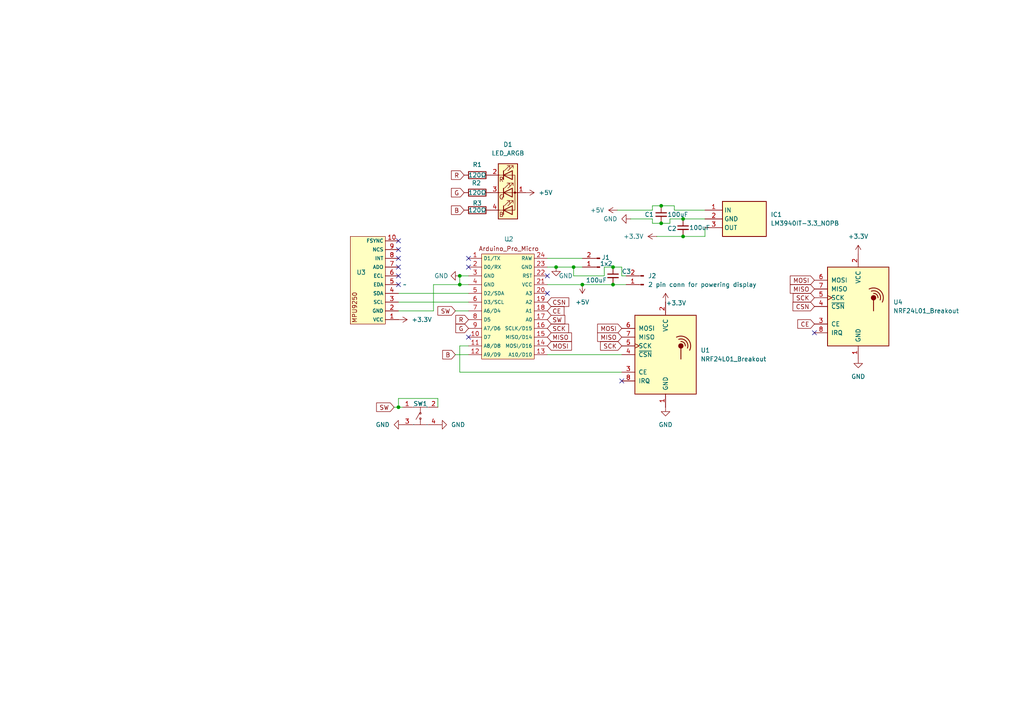
<source format=kicad_sch>
(kicad_sch
	(version 20250114)
	(generator "eeschema")
	(generator_version "9.0")
	(uuid "a4084035-9aad-464e-866f-3bcc3137149b")
	(paper "A4")
	(lib_symbols
		(symbol "Connector:Conn_01x02_Pin"
			(pin_names
				(offset 1.016)
				(hide yes)
			)
			(exclude_from_sim no)
			(in_bom yes)
			(on_board yes)
			(property "Reference" "J"
				(at 0 2.54 0)
				(effects
					(font
						(size 1.27 1.27)
					)
				)
			)
			(property "Value" "Conn_01x02_Pin"
				(at 0 -5.08 0)
				(effects
					(font
						(size 1.27 1.27)
					)
				)
			)
			(property "Footprint" ""
				(at 0 0 0)
				(effects
					(font
						(size 1.27 1.27)
					)
					(hide yes)
				)
			)
			(property "Datasheet" "~"
				(at 0 0 0)
				(effects
					(font
						(size 1.27 1.27)
					)
					(hide yes)
				)
			)
			(property "Description" "Generic connector, single row, 01x02, script generated"
				(at 0 0 0)
				(effects
					(font
						(size 1.27 1.27)
					)
					(hide yes)
				)
			)
			(property "ki_locked" ""
				(at 0 0 0)
				(effects
					(font
						(size 1.27 1.27)
					)
				)
			)
			(property "ki_keywords" "connector"
				(at 0 0 0)
				(effects
					(font
						(size 1.27 1.27)
					)
					(hide yes)
				)
			)
			(property "ki_fp_filters" "Connector*:*_1x??_*"
				(at 0 0 0)
				(effects
					(font
						(size 1.27 1.27)
					)
					(hide yes)
				)
			)
			(symbol "Conn_01x02_Pin_1_1"
				(rectangle
					(start 0.8636 0.127)
					(end 0 -0.127)
					(stroke
						(width 0.1524)
						(type default)
					)
					(fill
						(type outline)
					)
				)
				(rectangle
					(start 0.8636 -2.413)
					(end 0 -2.667)
					(stroke
						(width 0.1524)
						(type default)
					)
					(fill
						(type outline)
					)
				)
				(polyline
					(pts
						(xy 1.27 0) (xy 0.8636 0)
					)
					(stroke
						(width 0.1524)
						(type default)
					)
					(fill
						(type none)
					)
				)
				(polyline
					(pts
						(xy 1.27 -2.54) (xy 0.8636 -2.54)
					)
					(stroke
						(width 0.1524)
						(type default)
					)
					(fill
						(type none)
					)
				)
				(pin passive line
					(at 5.08 0 180)
					(length 3.81)
					(name "Pin_1"
						(effects
							(font
								(size 1.27 1.27)
							)
						)
					)
					(number "1"
						(effects
							(font
								(size 1.27 1.27)
							)
						)
					)
				)
				(pin passive line
					(at 5.08 -2.54 180)
					(length 3.81)
					(name "Pin_2"
						(effects
							(font
								(size 1.27 1.27)
							)
						)
					)
					(number "2"
						(effects
							(font
								(size 1.27 1.27)
							)
						)
					)
				)
			)
			(embedded_fonts no)
		)
		(symbol "Device:C_Small"
			(pin_numbers
				(hide yes)
			)
			(pin_names
				(offset 0.254)
				(hide yes)
			)
			(exclude_from_sim no)
			(in_bom yes)
			(on_board yes)
			(property "Reference" "C"
				(at 0.254 1.778 0)
				(effects
					(font
						(size 1.27 1.27)
					)
					(justify left)
				)
			)
			(property "Value" "C_Small"
				(at 0.254 -2.032 0)
				(effects
					(font
						(size 1.27 1.27)
					)
					(justify left)
				)
			)
			(property "Footprint" ""
				(at 0 0 0)
				(effects
					(font
						(size 1.27 1.27)
					)
					(hide yes)
				)
			)
			(property "Datasheet" "~"
				(at 0 0 0)
				(effects
					(font
						(size 1.27 1.27)
					)
					(hide yes)
				)
			)
			(property "Description" "Unpolarized capacitor, small symbol"
				(at 0 0 0)
				(effects
					(font
						(size 1.27 1.27)
					)
					(hide yes)
				)
			)
			(property "ki_keywords" "capacitor cap"
				(at 0 0 0)
				(effects
					(font
						(size 1.27 1.27)
					)
					(hide yes)
				)
			)
			(property "ki_fp_filters" "C_*"
				(at 0 0 0)
				(effects
					(font
						(size 1.27 1.27)
					)
					(hide yes)
				)
			)
			(symbol "C_Small_0_1"
				(polyline
					(pts
						(xy -1.524 0.508) (xy 1.524 0.508)
					)
					(stroke
						(width 0.3048)
						(type default)
					)
					(fill
						(type none)
					)
				)
				(polyline
					(pts
						(xy -1.524 -0.508) (xy 1.524 -0.508)
					)
					(stroke
						(width 0.3302)
						(type default)
					)
					(fill
						(type none)
					)
				)
			)
			(symbol "C_Small_1_1"
				(pin passive line
					(at 0 2.54 270)
					(length 2.032)
					(name "~"
						(effects
							(font
								(size 1.27 1.27)
							)
						)
					)
					(number "1"
						(effects
							(font
								(size 1.27 1.27)
							)
						)
					)
				)
				(pin passive line
					(at 0 -2.54 90)
					(length 2.032)
					(name "~"
						(effects
							(font
								(size 1.27 1.27)
							)
						)
					)
					(number "2"
						(effects
							(font
								(size 1.27 1.27)
							)
						)
					)
				)
			)
			(embedded_fonts no)
		)
		(symbol "Device:LED_ARGB"
			(pin_names
				(offset 0)
				(hide yes)
			)
			(exclude_from_sim no)
			(in_bom yes)
			(on_board yes)
			(property "Reference" "D"
				(at 0 9.398 0)
				(effects
					(font
						(size 1.27 1.27)
					)
				)
			)
			(property "Value" "LED_ARGB"
				(at 0 -8.89 0)
				(effects
					(font
						(size 1.27 1.27)
					)
				)
			)
			(property "Footprint" ""
				(at 0 -1.27 0)
				(effects
					(font
						(size 1.27 1.27)
					)
					(hide yes)
				)
			)
			(property "Datasheet" "~"
				(at 0 -1.27 0)
				(effects
					(font
						(size 1.27 1.27)
					)
					(hide yes)
				)
			)
			(property "Description" "RGB LED, anode/red/green/blue"
				(at 0 0 0)
				(effects
					(font
						(size 1.27 1.27)
					)
					(hide yes)
				)
			)
			(property "ki_keywords" "LED RGB diode"
				(at 0 0 0)
				(effects
					(font
						(size 1.27 1.27)
					)
					(hide yes)
				)
			)
			(property "ki_fp_filters" "LED* LED_SMD:* LED_THT:*"
				(at 0 0 0)
				(effects
					(font
						(size 1.27 1.27)
					)
					(hide yes)
				)
			)
			(symbol "LED_ARGB_0_0"
				(text "R"
					(at -1.905 3.81 0)
					(effects
						(font
							(size 1.27 1.27)
						)
					)
				)
				(text "G"
					(at -1.905 -1.27 0)
					(effects
						(font
							(size 1.27 1.27)
						)
					)
				)
				(text "B"
					(at -1.905 -6.35 0)
					(effects
						(font
							(size 1.27 1.27)
						)
					)
				)
			)
			(symbol "LED_ARGB_0_1"
				(polyline
					(pts
						(xy -1.27 6.35) (xy -1.27 3.81)
					)
					(stroke
						(width 0.254)
						(type default)
					)
					(fill
						(type none)
					)
				)
				(polyline
					(pts
						(xy -1.27 6.35) (xy -1.27 3.81) (xy -1.27 3.81)
					)
					(stroke
						(width 0)
						(type default)
					)
					(fill
						(type none)
					)
				)
				(polyline
					(pts
						(xy -1.27 5.08) (xy -2.54 5.08)
					)
					(stroke
						(width 0)
						(type default)
					)
					(fill
						(type none)
					)
				)
				(polyline
					(pts
						(xy -1.27 5.08) (xy 1.27 5.08)
					)
					(stroke
						(width 0)
						(type default)
					)
					(fill
						(type none)
					)
				)
				(polyline
					(pts
						(xy -1.27 1.27) (xy -1.27 -1.27)
					)
					(stroke
						(width 0.254)
						(type default)
					)
					(fill
						(type none)
					)
				)
				(polyline
					(pts
						(xy -1.27 1.27) (xy -1.27 -1.27) (xy -1.27 -1.27)
					)
					(stroke
						(width 0)
						(type default)
					)
					(fill
						(type none)
					)
				)
				(polyline
					(pts
						(xy -1.27 0) (xy -2.54 0)
					)
					(stroke
						(width 0)
						(type default)
					)
					(fill
						(type none)
					)
				)
				(polyline
					(pts
						(xy -1.27 -3.81) (xy -1.27 -6.35)
					)
					(stroke
						(width 0.254)
						(type default)
					)
					(fill
						(type none)
					)
				)
				(polyline
					(pts
						(xy -1.27 -5.08) (xy -2.54 -5.08)
					)
					(stroke
						(width 0)
						(type default)
					)
					(fill
						(type none)
					)
				)
				(polyline
					(pts
						(xy -1.27 -5.08) (xy 1.27 -5.08)
					)
					(stroke
						(width 0)
						(type default)
					)
					(fill
						(type none)
					)
				)
				(polyline
					(pts
						(xy -1.016 6.35) (xy 0.508 7.874) (xy -0.254 7.874) (xy 0.508 7.874) (xy 0.508 7.112)
					)
					(stroke
						(width 0)
						(type default)
					)
					(fill
						(type none)
					)
				)
				(polyline
					(pts
						(xy -1.016 1.27) (xy 0.508 2.794) (xy -0.254 2.794) (xy 0.508 2.794) (xy 0.508 2.032)
					)
					(stroke
						(width 0)
						(type default)
					)
					(fill
						(type none)
					)
				)
				(polyline
					(pts
						(xy -1.016 -3.81) (xy 0.508 -2.286) (xy -0.254 -2.286) (xy 0.508 -2.286) (xy 0.508 -3.048)
					)
					(stroke
						(width 0)
						(type default)
					)
					(fill
						(type none)
					)
				)
				(polyline
					(pts
						(xy 0 6.35) (xy 1.524 7.874) (xy 0.762 7.874) (xy 1.524 7.874) (xy 1.524 7.112)
					)
					(stroke
						(width 0)
						(type default)
					)
					(fill
						(type none)
					)
				)
				(polyline
					(pts
						(xy 0 1.27) (xy 1.524 2.794) (xy 0.762 2.794) (xy 1.524 2.794) (xy 1.524 2.032)
					)
					(stroke
						(width 0)
						(type default)
					)
					(fill
						(type none)
					)
				)
				(polyline
					(pts
						(xy 0 -3.81) (xy 1.524 -2.286) (xy 0.762 -2.286) (xy 1.524 -2.286) (xy 1.524 -3.048)
					)
					(stroke
						(width 0)
						(type default)
					)
					(fill
						(type none)
					)
				)
				(polyline
					(pts
						(xy 1.27 6.35) (xy 1.27 3.81) (xy -1.27 5.08) (xy 1.27 6.35)
					)
					(stroke
						(width 0.254)
						(type default)
					)
					(fill
						(type none)
					)
				)
				(rectangle
					(start 1.27 6.35)
					(end 1.27 6.35)
					(stroke
						(width 0)
						(type default)
					)
					(fill
						(type none)
					)
				)
				(rectangle
					(start 1.27 3.81)
					(end 1.27 6.35)
					(stroke
						(width 0)
						(type default)
					)
					(fill
						(type none)
					)
				)
				(polyline
					(pts
						(xy 1.27 1.27) (xy 1.27 -1.27) (xy -1.27 0) (xy 1.27 1.27)
					)
					(stroke
						(width 0.254)
						(type default)
					)
					(fill
						(type none)
					)
				)
				(rectangle
					(start 1.27 1.27)
					(end 1.27 1.27)
					(stroke
						(width 0)
						(type default)
					)
					(fill
						(type none)
					)
				)
				(polyline
					(pts
						(xy 1.27 0) (xy -1.27 0)
					)
					(stroke
						(width 0)
						(type default)
					)
					(fill
						(type none)
					)
				)
				(polyline
					(pts
						(xy 1.27 0) (xy 2.54 0)
					)
					(stroke
						(width 0)
						(type default)
					)
					(fill
						(type none)
					)
				)
				(rectangle
					(start 1.27 -1.27)
					(end 1.27 1.27)
					(stroke
						(width 0)
						(type default)
					)
					(fill
						(type none)
					)
				)
				(polyline
					(pts
						(xy 1.27 -3.81) (xy 1.27 -6.35) (xy -1.27 -5.08) (xy 1.27 -3.81)
					)
					(stroke
						(width 0.254)
						(type default)
					)
					(fill
						(type none)
					)
				)
				(polyline
					(pts
						(xy 1.27 -5.08) (xy 2.032 -5.08) (xy 2.032 5.08) (xy 1.27 5.08)
					)
					(stroke
						(width 0)
						(type default)
					)
					(fill
						(type none)
					)
				)
				(circle
					(center 2.032 0)
					(radius 0.254)
					(stroke
						(width 0)
						(type default)
					)
					(fill
						(type outline)
					)
				)
				(rectangle
					(start 2.794 8.382)
					(end -2.794 -7.62)
					(stroke
						(width 0.254)
						(type default)
					)
					(fill
						(type background)
					)
				)
			)
			(symbol "LED_ARGB_1_1"
				(pin passive line
					(at -5.08 5.08 0)
					(length 2.54)
					(name "RK"
						(effects
							(font
								(size 1.27 1.27)
							)
						)
					)
					(number "2"
						(effects
							(font
								(size 1.27 1.27)
							)
						)
					)
				)
				(pin passive line
					(at -5.08 0 0)
					(length 2.54)
					(name "GK"
						(effects
							(font
								(size 1.27 1.27)
							)
						)
					)
					(number "3"
						(effects
							(font
								(size 1.27 1.27)
							)
						)
					)
				)
				(pin passive line
					(at -5.08 -5.08 0)
					(length 2.54)
					(name "BK"
						(effects
							(font
								(size 1.27 1.27)
							)
						)
					)
					(number "4"
						(effects
							(font
								(size 1.27 1.27)
							)
						)
					)
				)
				(pin passive line
					(at 5.08 0 180)
					(length 2.54)
					(name "A"
						(effects
							(font
								(size 1.27 1.27)
							)
						)
					)
					(number "1"
						(effects
							(font
								(size 1.27 1.27)
							)
						)
					)
				)
			)
			(embedded_fonts no)
		)
		(symbol "Device:R"
			(pin_numbers
				(hide yes)
			)
			(pin_names
				(offset 0)
			)
			(exclude_from_sim no)
			(in_bom yes)
			(on_board yes)
			(property "Reference" "R"
				(at 2.032 0 90)
				(effects
					(font
						(size 1.27 1.27)
					)
				)
			)
			(property "Value" "R"
				(at 0 0 90)
				(effects
					(font
						(size 1.27 1.27)
					)
				)
			)
			(property "Footprint" ""
				(at -1.778 0 90)
				(effects
					(font
						(size 1.27 1.27)
					)
					(hide yes)
				)
			)
			(property "Datasheet" "~"
				(at 0 0 0)
				(effects
					(font
						(size 1.27 1.27)
					)
					(hide yes)
				)
			)
			(property "Description" "Resistor"
				(at 0 0 0)
				(effects
					(font
						(size 1.27 1.27)
					)
					(hide yes)
				)
			)
			(property "ki_keywords" "R res resistor"
				(at 0 0 0)
				(effects
					(font
						(size 1.27 1.27)
					)
					(hide yes)
				)
			)
			(property "ki_fp_filters" "R_*"
				(at 0 0 0)
				(effects
					(font
						(size 1.27 1.27)
					)
					(hide yes)
				)
			)
			(symbol "R_0_1"
				(rectangle
					(start -1.016 -2.54)
					(end 1.016 2.54)
					(stroke
						(width 0.254)
						(type default)
					)
					(fill
						(type none)
					)
				)
			)
			(symbol "R_1_1"
				(pin passive line
					(at 0 3.81 270)
					(length 1.27)
					(name "~"
						(effects
							(font
								(size 1.27 1.27)
							)
						)
					)
					(number "1"
						(effects
							(font
								(size 1.27 1.27)
							)
						)
					)
				)
				(pin passive line
					(at 0 -3.81 90)
					(length 1.27)
					(name "~"
						(effects
							(font
								(size 1.27 1.27)
							)
						)
					)
					(number "2"
						(effects
							(font
								(size 1.27 1.27)
							)
						)
					)
				)
			)
			(embedded_fonts no)
		)
		(symbol "Kicad_Extras:Arduino_Pro_Micro(sparkfun_pro_micro)"
			(exclude_from_sim no)
			(in_bom yes)
			(on_board yes)
			(property "Reference" "U"
				(at 0 1.27 0)
				(effects
					(font
						(size 1.27 1.27)
					)
				)
			)
			(property "Value" ""
				(at 0 0 0)
				(effects
					(font
						(size 1.27 1.27)
					)
				)
			)
			(property "Footprint" ""
				(at 0 0 0)
				(effects
					(font
						(size 1.27 1.27)
					)
					(hide yes)
				)
			)
			(property "Datasheet" ""
				(at 0 0 0)
				(effects
					(font
						(size 1.27 1.27)
					)
					(hide yes)
				)
			)
			(property "Description" ""
				(at 0 0 0)
				(effects
					(font
						(size 1.27 1.27)
					)
					(hide yes)
				)
			)
			(symbol "Arduino_Pro_Micro(sparkfun_pro_micro)_1_1"
				(rectangle
					(start -7.62 -2.54)
					(end 7.62 -33.02)
					(stroke
						(width 0)
						(type solid)
					)
					(fill
						(type background)
					)
				)
				(text "Arduino_Pro_Micro\n"
					(at 0.254 -1.016 0)
					(effects
						(font
							(size 1.27 1.27)
						)
					)
				)
				(pin output line
					(at -11.43 -3.81 0)
					(length 3.81)
					(name "D1/TX"
						(effects
							(font
								(size 1.016 1.016)
							)
						)
					)
					(number "1"
						(effects
							(font
								(size 1.27 1.27)
							)
						)
					)
				)
				(pin input line
					(at -11.43 -6.35 0)
					(length 3.81)
					(name "D0/RX"
						(effects
							(font
								(size 1.016 1.016)
							)
						)
					)
					(number "2"
						(effects
							(font
								(size 1.27 1.27)
							)
						)
					)
				)
				(pin power_in line
					(at -11.43 -8.89 0)
					(length 3.81)
					(name "GND"
						(effects
							(font
								(size 1.016 1.016)
							)
						)
					)
					(number "3"
						(effects
							(font
								(size 1.27 1.27)
							)
						)
					)
				)
				(pin power_in line
					(at -11.43 -11.43 0)
					(length 3.81)
					(name "GND"
						(effects
							(font
								(size 1.016 1.016)
							)
						)
					)
					(number "4"
						(effects
							(font
								(size 1.27 1.27)
							)
						)
					)
				)
				(pin bidirectional line
					(at -11.43 -13.97 0)
					(length 3.81)
					(name "D2/SDA"
						(effects
							(font
								(size 1.016 1.016)
							)
						)
					)
					(number "5"
						(effects
							(font
								(size 1.27 1.27)
							)
						)
					)
				)
				(pin bidirectional line
					(at -11.43 -16.51 0)
					(length 3.81)
					(name "D3/SCL"
						(effects
							(font
								(size 1.016 1.016)
							)
						)
					)
					(number "6"
						(effects
							(font
								(size 1.27 1.27)
							)
						)
					)
				)
				(pin bidirectional line
					(at -11.43 -19.05 0)
					(length 3.81)
					(name "A6/D4"
						(effects
							(font
								(size 1.016 1.016)
							)
						)
					)
					(number "7"
						(effects
							(font
								(size 1.27 1.27)
							)
						)
					)
				)
				(pin bidirectional line
					(at -11.43 -21.59 0)
					(length 3.81)
					(name "D5"
						(effects
							(font
								(size 1.016 1.016)
							)
						)
					)
					(number "8"
						(effects
							(font
								(size 1.27 1.27)
							)
						)
					)
				)
				(pin bidirectional line
					(at -11.43 -24.13 0)
					(length 3.81)
					(name "A7/D6"
						(effects
							(font
								(size 1.016 1.016)
							)
						)
					)
					(number "9"
						(effects
							(font
								(size 1.27 1.27)
							)
						)
					)
				)
				(pin bidirectional line
					(at -11.43 -26.67 0)
					(length 3.81)
					(name "D7"
						(effects
							(font
								(size 1.016 1.016)
							)
						)
					)
					(number "10"
						(effects
							(font
								(size 1.27 1.27)
							)
						)
					)
				)
				(pin bidirectional line
					(at -11.43 -29.21 0)
					(length 3.81)
					(name "A8/D8"
						(effects
							(font
								(size 1.016 1.016)
							)
						)
					)
					(number "11"
						(effects
							(font
								(size 1.27 1.27)
							)
						)
					)
				)
				(pin bidirectional line
					(at -11.43 -31.75 0)
					(length 3.81)
					(name "A9/D9"
						(effects
							(font
								(size 1.016 1.016)
							)
						)
					)
					(number "12"
						(effects
							(font
								(size 1.27 1.27)
							)
						)
					)
				)
				(pin power_in line
					(at 11.43 -3.81 180)
					(length 3.81)
					(name "RAW"
						(effects
							(font
								(size 1.016 1.016)
							)
						)
					)
					(number "24"
						(effects
							(font
								(size 1.27 1.27)
							)
						)
					)
				)
				(pin power_in line
					(at 11.43 -6.35 180)
					(length 3.81)
					(name "GND"
						(effects
							(font
								(size 1.016 1.016)
							)
						)
					)
					(number "23"
						(effects
							(font
								(size 1.27 1.27)
							)
						)
					)
				)
				(pin input line
					(at 11.43 -8.89 180)
					(length 3.81)
					(name "RST"
						(effects
							(font
								(size 1.016 1.016)
							)
						)
					)
					(number "22"
						(effects
							(font
								(size 1.27 1.27)
							)
						)
					)
				)
				(pin power_out line
					(at 11.43 -11.43 180)
					(length 3.81)
					(name "VCC\n"
						(effects
							(font
								(size 1.016 1.016)
							)
						)
					)
					(number "21"
						(effects
							(font
								(size 1.27 1.27)
							)
						)
					)
				)
				(pin bidirectional line
					(at 11.43 -13.97 180)
					(length 3.81)
					(name "A3"
						(effects
							(font
								(size 1.016 1.016)
							)
						)
					)
					(number "20"
						(effects
							(font
								(size 1.27 1.27)
							)
						)
					)
				)
				(pin bidirectional line
					(at 11.43 -16.51 180)
					(length 3.81)
					(name "A2"
						(effects
							(font
								(size 1.016 1.016)
							)
						)
					)
					(number "19"
						(effects
							(font
								(size 1.27 1.27)
							)
						)
					)
				)
				(pin bidirectional line
					(at 11.43 -19.05 180)
					(length 3.81)
					(name "A1"
						(effects
							(font
								(size 1.016 1.016)
							)
						)
					)
					(number "18"
						(effects
							(font
								(size 1.27 1.27)
							)
						)
					)
				)
				(pin bidirectional line
					(at 11.43 -21.59 180)
					(length 3.81)
					(name "A0"
						(effects
							(font
								(size 1.016 1.016)
							)
						)
					)
					(number "17"
						(effects
							(font
								(size 1.27 1.27)
							)
						)
					)
				)
				(pin bidirectional line
					(at 11.43 -24.13 180)
					(length 3.81)
					(name "SCLK/D15"
						(effects
							(font
								(size 1.016 1.016)
							)
						)
					)
					(number "16"
						(effects
							(font
								(size 1.27 1.27)
							)
						)
					)
				)
				(pin input line
					(at 11.43 -26.67 180)
					(length 3.81)
					(name "MISO/D14"
						(effects
							(font
								(size 1.016 1.016)
							)
						)
					)
					(number "15"
						(effects
							(font
								(size 1.27 1.27)
							)
						)
					)
				)
				(pin output line
					(at 11.43 -29.21 180)
					(length 3.81)
					(name "MOSI/D16"
						(effects
							(font
								(size 1.016 1.016)
							)
						)
					)
					(number "14"
						(effects
							(font
								(size 1.27 1.27)
							)
						)
					)
				)
				(pin bidirectional line
					(at 11.43 -31.75 180)
					(length 3.81)
					(name "A10/D10"
						(effects
							(font
								(size 1.016 1.016)
							)
						)
					)
					(number "13"
						(effects
							(font
								(size 1.27 1.27)
							)
						)
					)
				)
			)
			(embedded_fonts no)
		)
		(symbol "Kicad_Extras:K2-1157SP-I4SW-04"
			(exclude_from_sim no)
			(in_bom yes)
			(on_board yes)
			(property "Reference" "SW"
				(at 0 0 0)
				(effects
					(font
						(size 1.27 1.27)
					)
				)
			)
			(property "Value" ""
				(at 0 0 0)
				(effects
					(font
						(size 1.27 1.27)
					)
				)
			)
			(property "Footprint" "ProLib_pcs_2025-07-27:SW-SMD_4P-L6.2-W6.2-P4.50-LS8.6"
				(at 0 0 0)
				(effects
					(font
						(size 1.27 1.27)
					)
					(hide yes)
				)
			)
			(property "Datasheet" "https://atta.szlcsc.com/upload/public/pdf/source/20201126/C961749_218A2F69E555D41CA60A37E600B1C6AE.pdf"
				(at 0 0 0)
				(effects
					(font
						(size 1.27 1.27)
					)
					(hide yes)
				)
			)
			(property "Description" "Circuit:- Self Lock / No Lock:- Actuator Style:Round Button IP Rating:- Mounting Style:Brick nogging Contact Current:50mA Voltage Rating (AC):- Voltage Rating (DC):12V Insulation Resistance:- Actuator/Cap Color:Red With Lamp:不带 Pin Style:Gull Wing Operati"
				(at 0 0 0)
				(effects
					(font
						(size 1.27 1.27)
					)
					(hide yes)
				)
			)
			(property "Manufacturer Part" "K2-1157SP-I4SW-01"
				(at 0 0 0)
				(effects
					(font
						(size 1.27 1.27)
					)
					(hide yes)
				)
			)
			(property "Manufacturer" "韩国韩荣"
				(at 0 0 0)
				(effects
					(font
						(size 1.27 1.27)
					)
					(hide yes)
				)
			)
			(property "Supplier Part" "C2909692"
				(at 0 0 0)
				(effects
					(font
						(size 1.27 1.27)
					)
					(hide yes)
				)
			)
			(property "Supplier" "LCSC"
				(at 0 0 0)
				(effects
					(font
						(size 1.27 1.27)
					)
					(hide yes)
				)
			)
			(property "LCSC Part Name" "6.4x6.2x3.7红柄开关"
				(at 0 0 0)
				(effects
					(font
						(size 1.27 1.27)
					)
					(hide yes)
				)
			)
			(symbol "K2-1157SP-I4SW-04_1_0"
				(polyline
					(pts
						(xy -2.54 -2.54) (xy 2.54 -2.54)
					)
					(stroke
						(width 0)
						(type default)
					)
					(fill
						(type none)
					)
				)
				(polyline
					(pts
						(xy -1.27 -1.016) (xy -0.254 0.762)
					)
					(stroke
						(width 0)
						(type default)
					)
					(fill
						(type none)
					)
				)
				(polyline
					(pts
						(xy 0 2.54) (xy 0 0.762)
					)
					(stroke
						(width 0)
						(type default)
					)
					(fill
						(type none)
					)
				)
				(circle
					(center 0 0.762)
					(radius 0.254)
					(stroke
						(width 0)
						(type default)
					)
					(fill
						(type none)
					)
				)
				(circle
					(center 0 -0.762)
					(radius 0.254)
					(stroke
						(width 0)
						(type default)
					)
					(fill
						(type none)
					)
				)
				(polyline
					(pts
						(xy 0 -1.524) (xy 0 -0.762)
					)
					(stroke
						(width 0)
						(type default)
					)
					(fill
						(type none)
					)
				)
				(polyline
					(pts
						(xy 0 -2.54) (xy 0 -1.524)
					)
					(stroke
						(width 0)
						(type default)
					)
					(fill
						(type none)
					)
				)
				(polyline
					(pts
						(xy 2.54 2.54) (xy -2.54 2.54)
					)
					(stroke
						(width 0)
						(type default)
					)
					(fill
						(type none)
					)
				)
				(pin unspecified line
					(at -5.08 2.54 0)
					(length 2.54)
					(name "1"
						(effects
							(font
								(size 0.0254 0.0254)
							)
						)
					)
					(number "1"
						(effects
							(font
								(size 1.27 1.27)
							)
						)
					)
				)
				(pin unspecified line
					(at -5.08 -2.54 0)
					(length 2.54)
					(name "3"
						(effects
							(font
								(size 0.0254 0.0254)
							)
						)
					)
					(number "3"
						(effects
							(font
								(size 1.27 1.27)
							)
						)
					)
				)
				(pin unspecified line
					(at 5.08 2.54 180)
					(length 2.54)
					(name "2"
						(effects
							(font
								(size 0.0254 0.0254)
							)
						)
					)
					(number "2"
						(effects
							(font
								(size 1.27 1.27)
							)
						)
					)
				)
				(pin unspecified line
					(at 5.08 -2.54 180)
					(length 2.54)
					(name "4"
						(effects
							(font
								(size 0.0254 0.0254)
							)
						)
					)
					(number "4"
						(effects
							(font
								(size 1.27 1.27)
							)
						)
					)
				)
			)
			(embedded_fonts no)
		)
		(symbol "Kicad_Extras:LM3940IT-3.3_NOPB"
			(exclude_from_sim no)
			(in_bom yes)
			(on_board yes)
			(property "Reference" "IC"
				(at 19.05 7.62 0)
				(effects
					(font
						(size 1.27 1.27)
					)
					(justify left top)
				)
			)
			(property "Value" "LM3940IT-3.3_NOPB"
				(at 19.05 5.08 0)
				(effects
					(font
						(size 1.27 1.27)
					)
					(justify left top)
				)
			)
			(property "Footprint" "TO254P470X1028X1955-3P"
				(at 19.05 -94.92 0)
				(effects
					(font
						(size 1.27 1.27)
					)
					(justify left top)
					(hide yes)
				)
			)
			(property "Datasheet" "http://www.ti.com/general/docs/lit/getliterature.tsp?genericPartNumber=LM3940&&fileType=pdf"
				(at 19.05 -194.92 0)
				(effects
					(font
						(size 1.27 1.27)
					)
					(justify left top)
					(hide yes)
				)
			)
			(property "Description" "1A,3.3V,LDO Voltage Reg.,LM3940IT-3.3 Texas Instruments LM3940IT-3.3/NOPB, LDO Voltage Regulator, 1A, 3.3 V, 4.5  7.5 Vin, 3-Pin TO-220"
				(at 0 0 0)
				(effects
					(font
						(size 1.27 1.27)
					)
					(hide yes)
				)
			)
			(property "Height" "4.7"
				(at 19.05 -394.92 0)
				(effects
					(font
						(size 1.27 1.27)
					)
					(justify left top)
					(hide yes)
				)
			)
			(property "Manufacturer_Name" "Texas Instruments"
				(at 19.05 -494.92 0)
				(effects
					(font
						(size 1.27 1.27)
					)
					(justify left top)
					(hide yes)
				)
			)
			(property "Manufacturer_Part_Number" "LM3940IT-3.3/NOPB"
				(at 19.05 -594.92 0)
				(effects
					(font
						(size 1.27 1.27)
					)
					(justify left top)
					(hide yes)
				)
			)
			(property "Mouser Part Number" "926-LM3940IT-3.3NOPB"
				(at 19.05 -694.92 0)
				(effects
					(font
						(size 1.27 1.27)
					)
					(justify left top)
					(hide yes)
				)
			)
			(property "Mouser Price/Stock" "https://www.mouser.co.uk/ProductDetail/Texas-Instruments/LM3940IT-3.3-NOPB?qs=QbsRYf82W3FGrjqcSAbcdA%3D%3D"
				(at 19.05 -794.92 0)
				(effects
					(font
						(size 1.27 1.27)
					)
					(justify left top)
					(hide yes)
				)
			)
			(property "Arrow Part Number" "LM3940IT-3.3/NOPB"
				(at 19.05 -894.92 0)
				(effects
					(font
						(size 1.27 1.27)
					)
					(justify left top)
					(hide yes)
				)
			)
			(property "Arrow Price/Stock" "https://www.arrow.com/en/products/lm3940it-3.3nopb/texas-instruments?utm_currency=USD&region=nac"
				(at 19.05 -994.92 0)
				(effects
					(font
						(size 1.27 1.27)
					)
					(justify left top)
					(hide yes)
				)
			)
			(symbol "LM3940IT-3.3_NOPB_1_1"
				(rectangle
					(start 5.08 2.54)
					(end 17.78 -7.62)
					(stroke
						(width 0.254)
						(type default)
					)
					(fill
						(type background)
					)
				)
				(pin passive line
					(at 0 0 0)
					(length 5.08)
					(name "IN"
						(effects
							(font
								(size 1.27 1.27)
							)
						)
					)
					(number "1"
						(effects
							(font
								(size 1.27 1.27)
							)
						)
					)
				)
				(pin passive line
					(at 0 -2.54 0)
					(length 5.08)
					(name "GND"
						(effects
							(font
								(size 1.27 1.27)
							)
						)
					)
					(number "2"
						(effects
							(font
								(size 1.27 1.27)
							)
						)
					)
				)
				(pin passive line
					(at 0 -5.08 0)
					(length 5.08)
					(name "OUT"
						(effects
							(font
								(size 1.27 1.27)
							)
						)
					)
					(number "3"
						(effects
							(font
								(size 1.27 1.27)
							)
						)
					)
				)
			)
			(embedded_fonts no)
		)
		(symbol "Kicad_Extras:MPU9250"
			(exclude_from_sim no)
			(in_bom yes)
			(on_board yes)
			(property "Reference" "U3"
				(at 6.096 4.572 90)
				(effects
					(font
						(size 1.27 1.27)
					)
					(justify right)
				)
			)
			(property "Value" "~"
				(at 2.54 -8.89 90)
				(effects
					(font
						(size 1.27 1.27)
					)
					(justify right)
				)
			)
			(property "Footprint" ""
				(at 0 0 0)
				(effects
					(font
						(size 1.27 1.27)
					)
					(hide yes)
				)
			)
			(property "Datasheet" ""
				(at 0 0 0)
				(effects
					(font
						(size 1.27 1.27)
					)
					(hide yes)
				)
			)
			(property "Description" ""
				(at 0 0 0)
				(effects
					(font
						(size 1.27 1.27)
					)
					(hide yes)
				)
			)
			(symbol "MPU9250_1_1"
				(rectangle
					(start -8.89 6.35)
					(end 16.51 -3.81)
					(stroke
						(width 0)
						(type solid)
					)
					(fill
						(type background)
					)
				)
				(text "MPU9250\n"
					(at -4.064 5.08 0)
					(effects
						(font
							(size 1.27 1.27)
						)
					)
				)
				(pin power_in line
					(at -7.62 -7.62 90)
					(length 3.81)
					(name "VCC"
						(effects
							(font
								(size 1.016 1.016)
							)
						)
					)
					(number "1"
						(effects
							(font
								(size 1.27 1.27)
							)
						)
					)
				)
				(pin power_in line
					(at -5.08 -7.62 90)
					(length 3.81)
					(name "GND"
						(effects
							(font
								(size 1.016 1.016)
							)
						)
					)
					(number "2"
						(effects
							(font
								(size 1.27 1.27)
							)
						)
					)
				)
				(pin input line
					(at -2.54 -7.62 90)
					(length 3.81)
					(name "SCL"
						(effects
							(font
								(size 1.016 1.016)
							)
						)
					)
					(number "3"
						(effects
							(font
								(size 1.27 1.27)
							)
						)
					)
				)
				(pin bidirectional line
					(at 0 -7.62 90)
					(length 3.81)
					(name "SDA"
						(effects
							(font
								(size 1.016 1.016)
							)
						)
					)
					(number "4"
						(effects
							(font
								(size 1.27 1.27)
							)
						)
					)
				)
				(pin bidirectional line
					(at 2.54 -7.62 90)
					(length 3.81)
					(name "EDA\n"
						(effects
							(font
								(size 1.016 1.016)
							)
						)
					)
					(number "5"
						(effects
							(font
								(size 1.27 1.27)
							)
						)
					)
				)
				(pin input line
					(at 5.08 -7.62 90)
					(length 3.81)
					(name "ECL"
						(effects
							(font
								(size 1.016 1.016)
							)
						)
					)
					(number "6"
						(effects
							(font
								(size 1.27 1.27)
							)
						)
					)
				)
				(pin input line
					(at 7.62 -7.62 90)
					(length 3.81)
					(name "ADO"
						(effects
							(font
								(size 1.016 1.016)
							)
						)
					)
					(number "7"
						(effects
							(font
								(size 1.27 1.27)
							)
						)
					)
				)
				(pin output line
					(at 10.16 -7.62 90)
					(length 3.81)
					(name "INT"
						(effects
							(font
								(size 1.016 1.016)
							)
						)
					)
					(number "8"
						(effects
							(font
								(size 1.27 1.27)
							)
						)
					)
				)
				(pin input line
					(at 12.7 -7.62 90)
					(length 3.81)
					(name "NCS"
						(effects
							(font
								(size 1.016 1.016)
							)
						)
					)
					(number "9"
						(effects
							(font
								(size 1.27 1.27)
							)
						)
					)
				)
				(pin input line
					(at 15.24 -7.62 90)
					(length 3.81)
					(name "FSYNC"
						(effects
							(font
								(size 1.016 1.016)
							)
						)
					)
					(number "10"
						(effects
							(font
								(size 1.27 1.27)
							)
						)
					)
				)
			)
			(embedded_fonts no)
		)
		(symbol "RF:NRF24L01_Breakout"
			(pin_names
				(offset 1.016)
			)
			(exclude_from_sim no)
			(in_bom yes)
			(on_board yes)
			(property "Reference" "U"
				(at -8.89 12.7 0)
				(effects
					(font
						(size 1.27 1.27)
					)
					(justify left)
				)
			)
			(property "Value" "NRF24L01_Breakout"
				(at 3.81 12.7 0)
				(effects
					(font
						(size 1.27 1.27)
					)
					(justify left)
				)
			)
			(property "Footprint" "RF_Module:nRF24L01_Breakout"
				(at 3.81 15.24 0)
				(effects
					(font
						(size 1.27 1.27)
						(italic yes)
					)
					(justify left)
					(hide yes)
				)
			)
			(property "Datasheet" "http://www.nordicsemi.com/eng/content/download/2730/34105/file/nRF24L01_Product_Specification_v2_0.pdf"
				(at 0 -2.54 0)
				(effects
					(font
						(size 1.27 1.27)
					)
					(hide yes)
				)
			)
			(property "Description" "Ultra low power 2.4GHz RF Transceiver, Carrier PCB"
				(at 0 0 0)
				(effects
					(font
						(size 1.27 1.27)
					)
					(hide yes)
				)
			)
			(property "ki_keywords" "Low Power RF Transceiver breakout carrier"
				(at 0 0 0)
				(effects
					(font
						(size 1.27 1.27)
					)
					(hide yes)
				)
			)
			(property "ki_fp_filters" "nRF24L01*Breakout*"
				(at 0 0 0)
				(effects
					(font
						(size 1.27 1.27)
					)
					(hide yes)
				)
			)
			(symbol "NRF24L01_Breakout_0_1"
				(rectangle
					(start -8.89 11.43)
					(end 8.89 -11.43)
					(stroke
						(width 0.254)
						(type default)
					)
					(fill
						(type background)
					)
				)
				(arc
					(start 3.175 5.08)
					(mid 6.453 4.548)
					(end 6.985 1.27)
					(stroke
						(width 0.254)
						(type default)
					)
					(fill
						(type none)
					)
				)
				(circle
					(center 4.445 2.54)
					(radius 0.635)
					(stroke
						(width 0.254)
						(type default)
					)
					(fill
						(type outline)
					)
				)
				(polyline
					(pts
						(xy 4.445 1.905) (xy 4.445 -1.27)
					)
					(stroke
						(width 0.254)
						(type default)
					)
					(fill
						(type none)
					)
				)
				(arc
					(start 3.81 4.445)
					(mid 5.8835 3.9785)
					(end 6.35 1.905)
					(stroke
						(width 0.254)
						(type default)
					)
					(fill
						(type none)
					)
				)
				(arc
					(start 4.445 3.81)
					(mid 5.3558 3.4508)
					(end 5.715 2.54)
					(stroke
						(width 0.254)
						(type default)
					)
					(fill
						(type none)
					)
				)
			)
			(symbol "NRF24L01_Breakout_1_1"
				(pin input line
					(at -12.7 7.62 0)
					(length 3.81)
					(name "MOSI"
						(effects
							(font
								(size 1.27 1.27)
							)
						)
					)
					(number "6"
						(effects
							(font
								(size 1.27 1.27)
							)
						)
					)
				)
				(pin output line
					(at -12.7 5.08 0)
					(length 3.81)
					(name "MISO"
						(effects
							(font
								(size 1.27 1.27)
							)
						)
					)
					(number "7"
						(effects
							(font
								(size 1.27 1.27)
							)
						)
					)
				)
				(pin input clock
					(at -12.7 2.54 0)
					(length 3.81)
					(name "SCK"
						(effects
							(font
								(size 1.27 1.27)
							)
						)
					)
					(number "5"
						(effects
							(font
								(size 1.27 1.27)
							)
						)
					)
				)
				(pin input line
					(at -12.7 0 0)
					(length 3.81)
					(name "~{CSN}"
						(effects
							(font
								(size 1.27 1.27)
							)
						)
					)
					(number "4"
						(effects
							(font
								(size 1.27 1.27)
							)
						)
					)
				)
				(pin input line
					(at -12.7 -5.08 0)
					(length 3.81)
					(name "CE"
						(effects
							(font
								(size 1.27 1.27)
							)
						)
					)
					(number "3"
						(effects
							(font
								(size 1.27 1.27)
							)
						)
					)
				)
				(pin output line
					(at -12.7 -7.62 0)
					(length 3.81)
					(name "IRQ"
						(effects
							(font
								(size 1.27 1.27)
							)
						)
					)
					(number "8"
						(effects
							(font
								(size 1.27 1.27)
							)
						)
					)
				)
				(pin power_in line
					(at 0 15.24 270)
					(length 3.81)
					(name "VCC"
						(effects
							(font
								(size 1.27 1.27)
							)
						)
					)
					(number "2"
						(effects
							(font
								(size 1.27 1.27)
							)
						)
					)
				)
				(pin power_in line
					(at 0 -15.24 90)
					(length 3.81)
					(name "GND"
						(effects
							(font
								(size 1.27 1.27)
							)
						)
					)
					(number "1"
						(effects
							(font
								(size 1.27 1.27)
							)
						)
					)
				)
			)
			(embedded_fonts no)
		)
		(symbol "power:+3.3V"
			(power)
			(pin_numbers
				(hide yes)
			)
			(pin_names
				(offset 0)
				(hide yes)
			)
			(exclude_from_sim no)
			(in_bom yes)
			(on_board yes)
			(property "Reference" "#PWR"
				(at 0 -3.81 0)
				(effects
					(font
						(size 1.27 1.27)
					)
					(hide yes)
				)
			)
			(property "Value" "+3.3V"
				(at 0 3.556 0)
				(effects
					(font
						(size 1.27 1.27)
					)
				)
			)
			(property "Footprint" ""
				(at 0 0 0)
				(effects
					(font
						(size 1.27 1.27)
					)
					(hide yes)
				)
			)
			(property "Datasheet" ""
				(at 0 0 0)
				(effects
					(font
						(size 1.27 1.27)
					)
					(hide yes)
				)
			)
			(property "Description" "Power symbol creates a global label with name \"+3.3V\""
				(at 0 0 0)
				(effects
					(font
						(size 1.27 1.27)
					)
					(hide yes)
				)
			)
			(property "ki_keywords" "global power"
				(at 0 0 0)
				(effects
					(font
						(size 1.27 1.27)
					)
					(hide yes)
				)
			)
			(symbol "+3.3V_0_1"
				(polyline
					(pts
						(xy -0.762 1.27) (xy 0 2.54)
					)
					(stroke
						(width 0)
						(type default)
					)
					(fill
						(type none)
					)
				)
				(polyline
					(pts
						(xy 0 2.54) (xy 0.762 1.27)
					)
					(stroke
						(width 0)
						(type default)
					)
					(fill
						(type none)
					)
				)
				(polyline
					(pts
						(xy 0 0) (xy 0 2.54)
					)
					(stroke
						(width 0)
						(type default)
					)
					(fill
						(type none)
					)
				)
			)
			(symbol "+3.3V_1_1"
				(pin power_in line
					(at 0 0 90)
					(length 0)
					(name "~"
						(effects
							(font
								(size 1.27 1.27)
							)
						)
					)
					(number "1"
						(effects
							(font
								(size 1.27 1.27)
							)
						)
					)
				)
			)
			(embedded_fonts no)
		)
		(symbol "power:+5V"
			(power)
			(pin_numbers
				(hide yes)
			)
			(pin_names
				(offset 0)
				(hide yes)
			)
			(exclude_from_sim no)
			(in_bom yes)
			(on_board yes)
			(property "Reference" "#PWR"
				(at 0 -3.81 0)
				(effects
					(font
						(size 1.27 1.27)
					)
					(hide yes)
				)
			)
			(property "Value" "+5V"
				(at 0 3.556 0)
				(effects
					(font
						(size 1.27 1.27)
					)
				)
			)
			(property "Footprint" ""
				(at 0 0 0)
				(effects
					(font
						(size 1.27 1.27)
					)
					(hide yes)
				)
			)
			(property "Datasheet" ""
				(at 0 0 0)
				(effects
					(font
						(size 1.27 1.27)
					)
					(hide yes)
				)
			)
			(property "Description" "Power symbol creates a global label with name \"+5V\""
				(at 0 0 0)
				(effects
					(font
						(size 1.27 1.27)
					)
					(hide yes)
				)
			)
			(property "ki_keywords" "global power"
				(at 0 0 0)
				(effects
					(font
						(size 1.27 1.27)
					)
					(hide yes)
				)
			)
			(symbol "+5V_0_1"
				(polyline
					(pts
						(xy -0.762 1.27) (xy 0 2.54)
					)
					(stroke
						(width 0)
						(type default)
					)
					(fill
						(type none)
					)
				)
				(polyline
					(pts
						(xy 0 2.54) (xy 0.762 1.27)
					)
					(stroke
						(width 0)
						(type default)
					)
					(fill
						(type none)
					)
				)
				(polyline
					(pts
						(xy 0 0) (xy 0 2.54)
					)
					(stroke
						(width 0)
						(type default)
					)
					(fill
						(type none)
					)
				)
			)
			(symbol "+5V_1_1"
				(pin power_in line
					(at 0 0 90)
					(length 0)
					(name "~"
						(effects
							(font
								(size 1.27 1.27)
							)
						)
					)
					(number "1"
						(effects
							(font
								(size 1.27 1.27)
							)
						)
					)
				)
			)
			(embedded_fonts no)
		)
		(symbol "power:GND"
			(power)
			(pin_numbers
				(hide yes)
			)
			(pin_names
				(offset 0)
				(hide yes)
			)
			(exclude_from_sim no)
			(in_bom yes)
			(on_board yes)
			(property "Reference" "#PWR"
				(at 0 -6.35 0)
				(effects
					(font
						(size 1.27 1.27)
					)
					(hide yes)
				)
			)
			(property "Value" "GND"
				(at 0 -3.81 0)
				(effects
					(font
						(size 1.27 1.27)
					)
				)
			)
			(property "Footprint" ""
				(at 0 0 0)
				(effects
					(font
						(size 1.27 1.27)
					)
					(hide yes)
				)
			)
			(property "Datasheet" ""
				(at 0 0 0)
				(effects
					(font
						(size 1.27 1.27)
					)
					(hide yes)
				)
			)
			(property "Description" "Power symbol creates a global label with name \"GND\" , ground"
				(at 0 0 0)
				(effects
					(font
						(size 1.27 1.27)
					)
					(hide yes)
				)
			)
			(property "ki_keywords" "global power"
				(at 0 0 0)
				(effects
					(font
						(size 1.27 1.27)
					)
					(hide yes)
				)
			)
			(symbol "GND_0_1"
				(polyline
					(pts
						(xy 0 0) (xy 0 -1.27) (xy 1.27 -1.27) (xy 0 -2.54) (xy -1.27 -1.27) (xy 0 -1.27)
					)
					(stroke
						(width 0)
						(type default)
					)
					(fill
						(type none)
					)
				)
			)
			(symbol "GND_1_1"
				(pin power_in line
					(at 0 0 270)
					(length 0)
					(name "~"
						(effects
							(font
								(size 1.27 1.27)
							)
						)
					)
					(number "1"
						(effects
							(font
								(size 1.27 1.27)
							)
						)
					)
				)
			)
			(embedded_fonts no)
		)
	)
	(junction
		(at 168.91 82.55)
		(diameter 0)
		(color 0 0 0 0)
		(uuid "11ff7392-df06-4b47-9ea9-fb11846a3b02")
	)
	(junction
		(at 133.35 82.55)
		(diameter 0)
		(color 0 0 0 0)
		(uuid "2e0b5a84-75d4-45d1-8500-02073d4e708f")
	)
	(junction
		(at 191.77 59.69)
		(diameter 0)
		(color 0 0 0 0)
		(uuid "3089d7ab-19c4-4ca6-9a8e-573d5c237b72")
	)
	(junction
		(at 198.12 63.5)
		(diameter 0)
		(color 0 0 0 0)
		(uuid "387cb5ab-e6de-4c74-9526-2f86f91525cc")
	)
	(junction
		(at 115.57 118.11)
		(diameter 0)
		(color 0 0 0 0)
		(uuid "3d1d7594-4513-48a5-96ce-0710be98b799")
	)
	(junction
		(at 133.35 80.01)
		(diameter 0)
		(color 0 0 0 0)
		(uuid "49a20d8a-1c4e-43b5-890e-443a4c0d8c0e")
	)
	(junction
		(at 198.12 68.58)
		(diameter 0)
		(color 0 0 0 0)
		(uuid "4cb3f86a-084d-43a7-8007-c4156b35035a")
	)
	(junction
		(at 191.77 64.77)
		(diameter 0)
		(color 0 0 0 0)
		(uuid "5ff34dbf-56b0-48e4-b822-0e48caa02463")
	)
	(junction
		(at 166.37 77.47)
		(diameter 0)
		(color 0 0 0 0)
		(uuid "673c6742-8195-4363-87a7-1bc625b21fce")
	)
	(junction
		(at 161.29 77.47)
		(diameter 0)
		(color 0 0 0 0)
		(uuid "674866dc-a56b-469e-9c99-651eb7e90a7a")
	)
	(junction
		(at 177.8 82.55)
		(diameter 0)
		(color 0 0 0 0)
		(uuid "c82ec40d-4db1-46fb-b545-c991f4c8ca7b")
	)
	(junction
		(at 177.8 77.47)
		(diameter 0)
		(color 0 0 0 0)
		(uuid "de10c31e-71a0-43d6-aeb3-d49e784183e6")
	)
	(no_connect
		(at 115.57 82.55)
		(uuid "0fc303a4-c16a-40b1-b03e-57f53599c0a5")
	)
	(no_connect
		(at 158.75 80.01)
		(uuid "5089bab6-4a65-491a-8c41-6eef363af9f6")
	)
	(no_connect
		(at 135.89 74.93)
		(uuid "792a5f3c-bd67-44f1-bd17-3536a1064d7b")
	)
	(no_connect
		(at 135.89 77.47)
		(uuid "7cd447f7-9d28-4f26-8123-beea17161f25")
	)
	(no_connect
		(at 158.75 85.09)
		(uuid "80862cfc-2b2f-47cd-a5e2-315cb1e644e7")
	)
	(no_connect
		(at 115.57 77.47)
		(uuid "8309ebc5-227c-4d63-8773-cf894e838202")
	)
	(no_connect
		(at 115.57 74.93)
		(uuid "8886016e-9388-4f0a-ba9f-13887b366ccf")
	)
	(no_connect
		(at 180.34 110.49)
		(uuid "9e3d781f-75e6-47a9-9aa6-3f48240067a2")
	)
	(no_connect
		(at 115.57 80.01)
		(uuid "a6f296dc-ee68-497c-851e-c6410abdfe3a")
	)
	(no_connect
		(at 115.57 69.85)
		(uuid "d93ccf86-6f94-4021-af19-04be39f240d3")
	)
	(no_connect
		(at 115.57 72.39)
		(uuid "e8d4a4d8-adee-49d6-97e7-480e83e856e0")
	)
	(no_connect
		(at 236.22 96.52)
		(uuid "edc0097f-60bc-4814-8eb8-80844d23e0a9")
	)
	(no_connect
		(at 135.89 97.79)
		(uuid "fe4969ba-e508-49bc-9da4-adb26887eef8")
	)
	(wire
		(pts
			(xy 175.26 80.01) (xy 166.37 80.01)
		)
		(stroke
			(width 0)
			(type default)
		)
		(uuid "128ba95f-53e6-4d28-aaa0-0c91c4471583")
	)
	(wire
		(pts
			(xy 132.08 102.87) (xy 135.89 102.87)
		)
		(stroke
			(width 0)
			(type default)
		)
		(uuid "14531d1f-5d9d-4ef9-9731-794730246ab4")
	)
	(wire
		(pts
			(xy 115.57 85.09) (xy 135.89 85.09)
		)
		(stroke
			(width 0)
			(type default)
		)
		(uuid "1610723a-e9e9-45fb-ba95-6070724e4602")
	)
	(wire
		(pts
			(xy 189.23 60.96) (xy 189.23 59.69)
		)
		(stroke
			(width 0)
			(type default)
		)
		(uuid "1b583cbe-a02a-4654-bed5-97f3645f236b")
	)
	(wire
		(pts
			(xy 180.34 107.95) (xy 133.35 107.95)
		)
		(stroke
			(width 0)
			(type default)
		)
		(uuid "25355994-59ce-4f0f-b3fb-977fcf068c94")
	)
	(wire
		(pts
			(xy 166.37 77.47) (xy 168.91 77.47)
		)
		(stroke
			(width 0)
			(type default)
		)
		(uuid "2703b1a4-4c2f-4298-86c9-52038dd19470")
	)
	(wire
		(pts
			(xy 191.77 59.69) (xy 195.58 59.69)
		)
		(stroke
			(width 0)
			(type default)
		)
		(uuid "290eda27-e62e-491d-8fe6-bbb9a4f54298")
	)
	(wire
		(pts
			(xy 132.08 90.17) (xy 135.89 90.17)
		)
		(stroke
			(width 0)
			(type default)
		)
		(uuid "2ca67ff3-367e-4829-b743-11993330d644")
	)
	(wire
		(pts
			(xy 133.35 80.01) (xy 133.35 82.55)
		)
		(stroke
			(width 0)
			(type default)
		)
		(uuid "2d501b02-63ba-4fe4-a30d-444d35491476")
	)
	(wire
		(pts
			(xy 166.37 80.01) (xy 166.37 77.47)
		)
		(stroke
			(width 0)
			(type default)
		)
		(uuid "2e65af8f-a776-40cd-83ad-25243b824e80")
	)
	(wire
		(pts
			(xy 133.35 107.95) (xy 133.35 100.33)
		)
		(stroke
			(width 0)
			(type default)
		)
		(uuid "310b051c-28e4-4386-860a-ec1d1ff33577")
	)
	(wire
		(pts
			(xy 194.31 63.5) (xy 198.12 63.5)
		)
		(stroke
			(width 0)
			(type default)
		)
		(uuid "4bdc1978-a5cc-4a56-8490-e8d648f68064")
	)
	(wire
		(pts
			(xy 204.47 68.58) (xy 204.47 66.04)
		)
		(stroke
			(width 0)
			(type default)
		)
		(uuid "4cd88b74-e813-4fc3-9648-c1d39b326a96")
	)
	(wire
		(pts
			(xy 182.88 63.5) (xy 189.23 63.5)
		)
		(stroke
			(width 0)
			(type default)
		)
		(uuid "541aa415-bad0-4cb3-9834-0f3d0637d1f1")
	)
	(wire
		(pts
			(xy 115.57 118.11) (xy 116.84 118.11)
		)
		(stroke
			(width 0)
			(type default)
		)
		(uuid "5a17f4a3-5c38-42d8-9149-d780dc3cb9f2")
	)
	(wire
		(pts
			(xy 125.73 82.55) (xy 133.35 82.55)
		)
		(stroke
			(width 0)
			(type default)
		)
		(uuid "61e7f21b-15d5-4ec9-a45a-5683af5fc94f")
	)
	(wire
		(pts
			(xy 175.26 77.47) (xy 177.8 77.47)
		)
		(stroke
			(width 0)
			(type default)
		)
		(uuid "634ecacd-c45b-40a5-8c02-96535a3a0e67")
	)
	(wire
		(pts
			(xy 195.58 59.69) (xy 195.58 60.96)
		)
		(stroke
			(width 0)
			(type default)
		)
		(uuid "6719b5e8-a73b-44c9-9113-8f9f4caf6901")
	)
	(wire
		(pts
			(xy 179.07 60.96) (xy 189.23 60.96)
		)
		(stroke
			(width 0)
			(type default)
		)
		(uuid "68cc80de-3d19-40bf-ac9a-1279f7e462c8")
	)
	(wire
		(pts
			(xy 115.57 118.11) (xy 115.57 115.57)
		)
		(stroke
			(width 0)
			(type default)
		)
		(uuid "6c386ca9-2762-42bf-8f63-db68c5672119")
	)
	(wire
		(pts
			(xy 133.35 100.33) (xy 135.89 100.33)
		)
		(stroke
			(width 0)
			(type default)
		)
		(uuid "6cfc7777-9d28-4329-86f5-aadcc98184b6")
	)
	(wire
		(pts
			(xy 158.75 102.87) (xy 180.34 102.87)
		)
		(stroke
			(width 0)
			(type default)
		)
		(uuid "74afa88a-9bb8-42c5-956d-486f7f3cc845")
	)
	(wire
		(pts
			(xy 198.12 68.58) (xy 204.47 68.58)
		)
		(stroke
			(width 0)
			(type default)
		)
		(uuid "754244ee-e595-4eba-8986-7360b6dbf0c8")
	)
	(wire
		(pts
			(xy 135.89 80.01) (xy 133.35 80.01)
		)
		(stroke
			(width 0)
			(type default)
		)
		(uuid "767c0d07-7a37-4786-a08e-d249fa63d66a")
	)
	(wire
		(pts
			(xy 189.23 59.69) (xy 191.77 59.69)
		)
		(stroke
			(width 0)
			(type default)
		)
		(uuid "77d77dff-5d51-4d0e-849d-5915c4ffa9d9")
	)
	(wire
		(pts
			(xy 133.35 82.55) (xy 135.89 82.55)
		)
		(stroke
			(width 0)
			(type default)
		)
		(uuid "803a1104-2002-4d09-b78f-f6b96da1092a")
	)
	(wire
		(pts
			(xy 125.73 90.17) (xy 125.73 82.55)
		)
		(stroke
			(width 0)
			(type default)
		)
		(uuid "86e8730e-1200-4399-9a84-f9cffddca3bb")
	)
	(wire
		(pts
			(xy 194.31 63.5) (xy 194.31 64.77)
		)
		(stroke
			(width 0)
			(type default)
		)
		(uuid "91fbd2f8-831d-4371-9e89-8a413f45cc50")
	)
	(wire
		(pts
			(xy 177.8 77.47) (xy 180.34 77.47)
		)
		(stroke
			(width 0)
			(type default)
		)
		(uuid "94c4fa9c-28eb-45f7-9d9f-0846608d213a")
	)
	(wire
		(pts
			(xy 158.75 82.55) (xy 168.91 82.55)
		)
		(stroke
			(width 0)
			(type default)
		)
		(uuid "94ecc3dc-c805-40de-8546-186be239e191")
	)
	(wire
		(pts
			(xy 158.75 77.47) (xy 161.29 77.47)
		)
		(stroke
			(width 0)
			(type default)
		)
		(uuid "95b113b2-5e9d-4951-abf7-bcaad4bed7c1")
	)
	(wire
		(pts
			(xy 127 115.57) (xy 127 118.11)
		)
		(stroke
			(width 0)
			(type default)
		)
		(uuid "97df6b5e-d3f2-4d35-a041-8ea0cbc66da3")
	)
	(wire
		(pts
			(xy 181.61 80.01) (xy 180.34 80.01)
		)
		(stroke
			(width 0)
			(type default)
		)
		(uuid "98326a73-91b2-48a7-b6ed-ebe12e98aaef")
	)
	(wire
		(pts
			(xy 190.5 68.58) (xy 198.12 68.58)
		)
		(stroke
			(width 0)
			(type default)
		)
		(uuid "a253b6b8-44b2-4fef-ad21-f275820da9bc")
	)
	(wire
		(pts
			(xy 168.91 82.55) (xy 177.8 82.55)
		)
		(stroke
			(width 0)
			(type default)
		)
		(uuid "a32b9da3-5c7d-40ef-b230-c2cb864cf576")
	)
	(wire
		(pts
			(xy 114.3 118.11) (xy 115.57 118.11)
		)
		(stroke
			(width 0)
			(type default)
		)
		(uuid "a5d58750-b4ac-4e50-a3ff-02e57f288a4c")
	)
	(wire
		(pts
			(xy 115.57 115.57) (xy 127 115.57)
		)
		(stroke
			(width 0)
			(type default)
		)
		(uuid "a6a0d2ee-780e-470d-a220-6f4470257613")
	)
	(wire
		(pts
			(xy 158.75 74.93) (xy 168.91 74.93)
		)
		(stroke
			(width 0)
			(type default)
		)
		(uuid "a6fdd812-0321-456a-9d0f-358b3eeec143")
	)
	(wire
		(pts
			(xy 191.77 64.77) (xy 189.23 64.77)
		)
		(stroke
			(width 0)
			(type default)
		)
		(uuid "acfbed51-af22-4efc-aaa8-b361719bac57")
	)
	(wire
		(pts
			(xy 198.12 63.5) (xy 204.47 63.5)
		)
		(stroke
			(width 0)
			(type default)
		)
		(uuid "b4e0eb9e-9441-4d0f-8031-8d6f987c9f6e")
	)
	(wire
		(pts
			(xy 180.34 77.47) (xy 180.34 80.01)
		)
		(stroke
			(width 0)
			(type default)
		)
		(uuid "b585f00c-bdc2-4440-9249-fdb30e04a535")
	)
	(wire
		(pts
			(xy 189.23 64.77) (xy 189.23 63.5)
		)
		(stroke
			(width 0)
			(type default)
		)
		(uuid "c50c8185-18be-474d-b91a-a9d5e8b4f452")
	)
	(wire
		(pts
			(xy 115.57 87.63) (xy 135.89 87.63)
		)
		(stroke
			(width 0)
			(type default)
		)
		(uuid "c7f18120-83d1-4e52-809b-62ba9b0713b7")
	)
	(wire
		(pts
			(xy 177.8 82.55) (xy 181.61 82.55)
		)
		(stroke
			(width 0)
			(type default)
		)
		(uuid "cb99725a-3a11-4f8b-a30f-a6650796b07d")
	)
	(wire
		(pts
			(xy 161.29 77.47) (xy 166.37 77.47)
		)
		(stroke
			(width 0)
			(type default)
		)
		(uuid "ce3b5e06-1859-4c1a-bb87-1eb191e388bc")
	)
	(wire
		(pts
			(xy 175.26 80.01) (xy 175.26 77.47)
		)
		(stroke
			(width 0)
			(type default)
		)
		(uuid "e53b4f89-d673-4868-b587-04180e4a237c")
	)
	(wire
		(pts
			(xy 194.31 64.77) (xy 191.77 64.77)
		)
		(stroke
			(width 0)
			(type default)
		)
		(uuid "e6689ec9-a23e-475b-b647-e40d025a6a5e")
	)
	(wire
		(pts
			(xy 195.58 60.96) (xy 204.47 60.96)
		)
		(stroke
			(width 0)
			(type default)
		)
		(uuid "ec53a6e7-8ec0-468b-bbd7-b5ccf76aa294")
	)
	(wire
		(pts
			(xy 115.57 90.17) (xy 125.73 90.17)
		)
		(stroke
			(width 0)
			(type default)
		)
		(uuid "ef02a9fa-5689-4728-a6f7-5d841d389cac")
	)
	(global_label "CE"
		(shape input)
		(at 236.22 93.98 180)
		(fields_autoplaced yes)
		(effects
			(font
				(size 1.27 1.27)
			)
			(justify right)
		)
		(uuid "0fb66b49-c85b-4601-903d-669b21d7a501")
		(property "Intersheetrefs" "${INTERSHEET_REFS}"
			(at 230.8158 93.98 0)
			(effects
				(font
					(size 1.27 1.27)
				)
				(justify right)
				(hide yes)
			)
		)
	)
	(global_label "B"
		(shape input)
		(at 132.08 102.87 180)
		(fields_autoplaced yes)
		(effects
			(font
				(size 1.27 1.27)
			)
			(justify right)
		)
		(uuid "1cf5a45e-55b1-4c62-adfe-fa569880933b")
		(property "Intersheetrefs" "${INTERSHEET_REFS}"
			(at 127.8248 102.87 0)
			(effects
				(font
					(size 1.27 1.27)
				)
				(justify right)
				(hide yes)
			)
		)
	)
	(global_label "B"
		(shape input)
		(at 134.62 60.96 180)
		(fields_autoplaced yes)
		(effects
			(font
				(size 1.27 1.27)
			)
			(justify right)
		)
		(uuid "28c149d6-0e0a-4bad-ae4c-01aaee61d0a7")
		(property "Intersheetrefs" "${INTERSHEET_REFS}"
			(at 130.3648 60.96 0)
			(effects
				(font
					(size 1.27 1.27)
				)
				(justify right)
				(hide yes)
			)
		)
	)
	(global_label "MOSI"
		(shape input)
		(at 180.34 95.25 180)
		(fields_autoplaced yes)
		(effects
			(font
				(size 1.27 1.27)
			)
			(justify right)
		)
		(uuid "2c31a1b3-ba00-4de1-8449-ffd6bf4724aa")
		(property "Intersheetrefs" "${INTERSHEET_REFS}"
			(at 172.7586 95.25 0)
			(effects
				(font
					(size 1.27 1.27)
				)
				(justify right)
				(hide yes)
			)
		)
	)
	(global_label "MOSI"
		(shape input)
		(at 158.75 100.33 0)
		(fields_autoplaced yes)
		(effects
			(font
				(size 1.27 1.27)
			)
			(justify left)
		)
		(uuid "30fe9d5d-c99f-469f-ae80-9acff44733f8")
		(property "Intersheetrefs" "${INTERSHEET_REFS}"
			(at 166.3314 100.33 0)
			(effects
				(font
					(size 1.27 1.27)
				)
				(justify left)
				(hide yes)
			)
		)
	)
	(global_label "R"
		(shape input)
		(at 135.89 92.71 180)
		(fields_autoplaced yes)
		(effects
			(font
				(size 1.27 1.27)
			)
			(justify right)
		)
		(uuid "42e207b9-8f70-4b1b-98e0-58a502b3a38a")
		(property "Intersheetrefs" "${INTERSHEET_REFS}"
			(at 131.6348 92.71 0)
			(effects
				(font
					(size 1.27 1.27)
				)
				(justify right)
				(hide yes)
			)
		)
	)
	(global_label "MISO"
		(shape input)
		(at 180.34 97.79 180)
		(fields_autoplaced yes)
		(effects
			(font
				(size 1.27 1.27)
			)
			(justify right)
		)
		(uuid "4a516018-bf92-4f8f-bc06-0aa3fc7b22f1")
		(property "Intersheetrefs" "${INTERSHEET_REFS}"
			(at 172.7586 97.79 0)
			(effects
				(font
					(size 1.27 1.27)
				)
				(justify right)
				(hide yes)
			)
		)
	)
	(global_label "SW"
		(shape input)
		(at 114.3 118.11 180)
		(fields_autoplaced yes)
		(effects
			(font
				(size 1.27 1.27)
			)
			(justify right)
		)
		(uuid "5150caf1-cbee-4750-959f-47f6d8214f04")
		(property "Intersheetrefs" "${INTERSHEET_REFS}"
			(at 108.6539 118.11 0)
			(effects
				(font
					(size 1.27 1.27)
				)
				(justify right)
				(hide yes)
			)
		)
	)
	(global_label "SW"
		(shape input)
		(at 158.75 92.71 0)
		(fields_autoplaced yes)
		(effects
			(font
				(size 1.27 1.27)
			)
			(justify left)
		)
		(uuid "619efc77-2055-4f2e-8751-14e79e39754b")
		(property "Intersheetrefs" "${INTERSHEET_REFS}"
			(at 164.3961 92.71 0)
			(effects
				(font
					(size 1.27 1.27)
				)
				(justify left)
				(hide yes)
			)
		)
	)
	(global_label "SW"
		(shape input)
		(at 132.08 90.17 180)
		(fields_autoplaced yes)
		(effects
			(font
				(size 1.27 1.27)
			)
			(justify right)
		)
		(uuid "624ca133-8a69-43ae-99e7-4ba506eafe40")
		(property "Intersheetrefs" "${INTERSHEET_REFS}"
			(at 126.4339 90.17 0)
			(effects
				(font
					(size 1.27 1.27)
				)
				(justify right)
				(hide yes)
			)
		)
	)
	(global_label "MOSI"
		(shape input)
		(at 236.22 81.28 180)
		(fields_autoplaced yes)
		(effects
			(font
				(size 1.27 1.27)
			)
			(justify right)
		)
		(uuid "6770f321-7a71-4a95-8d1e-37fbc3375936")
		(property "Intersheetrefs" "${INTERSHEET_REFS}"
			(at 228.6386 81.28 0)
			(effects
				(font
					(size 1.27 1.27)
				)
				(justify right)
				(hide yes)
			)
		)
	)
	(global_label "MISO"
		(shape input)
		(at 158.75 97.79 0)
		(fields_autoplaced yes)
		(effects
			(font
				(size 1.27 1.27)
			)
			(justify left)
		)
		(uuid "6c34ff87-18b0-4295-b264-78c0478498ff")
		(property "Intersheetrefs" "${INTERSHEET_REFS}"
			(at 166.3314 97.79 0)
			(effects
				(font
					(size 1.27 1.27)
				)
				(justify left)
				(hide yes)
			)
		)
	)
	(global_label "G"
		(shape input)
		(at 134.62 55.88 180)
		(fields_autoplaced yes)
		(effects
			(font
				(size 1.27 1.27)
			)
			(justify right)
		)
		(uuid "7e8378de-46e4-4b80-a3c2-1d160f82a1b4")
		(property "Intersheetrefs" "${INTERSHEET_REFS}"
			(at 130.3648 55.88 0)
			(effects
				(font
					(size 1.27 1.27)
				)
				(justify right)
				(hide yes)
			)
		)
	)
	(global_label "MISO"
		(shape input)
		(at 236.22 83.82 180)
		(fields_autoplaced yes)
		(effects
			(font
				(size 1.27 1.27)
			)
			(justify right)
		)
		(uuid "98cde581-0607-4ce3-ab00-c2b707251416")
		(property "Intersheetrefs" "${INTERSHEET_REFS}"
			(at 228.6386 83.82 0)
			(effects
				(font
					(size 1.27 1.27)
				)
				(justify right)
				(hide yes)
			)
		)
	)
	(global_label "SCK"
		(shape input)
		(at 180.34 100.33 180)
		(fields_autoplaced yes)
		(effects
			(font
				(size 1.27 1.27)
			)
			(justify right)
		)
		(uuid "a71b2d14-665a-4ea4-a38f-cc74f3860a16")
		(property "Intersheetrefs" "${INTERSHEET_REFS}"
			(at 173.6053 100.33 0)
			(effects
				(font
					(size 1.27 1.27)
				)
				(justify right)
				(hide yes)
			)
		)
	)
	(global_label "CSN"
		(shape input)
		(at 236.22 88.9 180)
		(fields_autoplaced yes)
		(effects
			(font
				(size 1.27 1.27)
			)
			(justify right)
		)
		(uuid "affc841e-349f-4c6b-8694-73482dad8a03")
		(property "Intersheetrefs" "${INTERSHEET_REFS}"
			(at 229.4248 88.9 0)
			(effects
				(font
					(size 1.27 1.27)
				)
				(justify right)
				(hide yes)
			)
		)
	)
	(global_label "CE"
		(shape input)
		(at 158.75 90.17 0)
		(fields_autoplaced yes)
		(effects
			(font
				(size 1.27 1.27)
			)
			(justify left)
		)
		(uuid "b53fbcbe-8e1f-4045-bd45-6de582d75518")
		(property "Intersheetrefs" "${INTERSHEET_REFS}"
			(at 164.1542 90.17 0)
			(effects
				(font
					(size 1.27 1.27)
				)
				(justify left)
				(hide yes)
			)
		)
	)
	(global_label "SCK"
		(shape input)
		(at 236.22 86.36 180)
		(fields_autoplaced yes)
		(effects
			(font
				(size 1.27 1.27)
			)
			(justify right)
		)
		(uuid "c8b21efe-54ef-41c8-8aae-bc097c1dc59b")
		(property "Intersheetrefs" "${INTERSHEET_REFS}"
			(at 229.4853 86.36 0)
			(effects
				(font
					(size 1.27 1.27)
				)
				(justify right)
				(hide yes)
			)
		)
	)
	(global_label "SCK"
		(shape input)
		(at 158.75 95.25 0)
		(fields_autoplaced yes)
		(effects
			(font
				(size 1.27 1.27)
			)
			(justify left)
		)
		(uuid "d1906324-db7a-4e42-87c1-6c0a95d132c5")
		(property "Intersheetrefs" "${INTERSHEET_REFS}"
			(at 165.4847 95.25 0)
			(effects
				(font
					(size 1.27 1.27)
				)
				(justify left)
				(hide yes)
			)
		)
	)
	(global_label "CSN"
		(shape input)
		(at 158.75 87.63 0)
		(fields_autoplaced yes)
		(effects
			(font
				(size 1.27 1.27)
			)
			(justify left)
		)
		(uuid "db0d053f-39fb-4954-aeab-026e7a63c1cd")
		(property "Intersheetrefs" "${INTERSHEET_REFS}"
			(at 165.5452 87.63 0)
			(effects
				(font
					(size 1.27 1.27)
				)
				(justify left)
				(hide yes)
			)
		)
	)
	(global_label "R"
		(shape input)
		(at 134.62 50.8 180)
		(fields_autoplaced yes)
		(effects
			(font
				(size 1.27 1.27)
			)
			(justify right)
		)
		(uuid "e76c3b4d-7f88-4983-920a-d9e19ffdcbd3")
		(property "Intersheetrefs" "${INTERSHEET_REFS}"
			(at 130.3648 50.8 0)
			(effects
				(font
					(size 1.27 1.27)
				)
				(justify right)
				(hide yes)
			)
		)
	)
	(global_label "G"
		(shape input)
		(at 135.89 95.25 180)
		(fields_autoplaced yes)
		(effects
			(font
				(size 1.27 1.27)
			)
			(justify right)
		)
		(uuid "ee6e0bef-2fbf-4d5f-81ec-590a8fa29eab")
		(property "Intersheetrefs" "${INTERSHEET_REFS}"
			(at 131.6348 95.25 0)
			(effects
				(font
					(size 1.27 1.27)
				)
				(justify right)
				(hide yes)
			)
		)
	)
	(symbol
		(lib_id "power:GND")
		(at 182.88 63.5 270)
		(unit 1)
		(exclude_from_sim no)
		(in_bom yes)
		(on_board yes)
		(dnp no)
		(fields_autoplaced yes)
		(uuid "057540c5-3a6f-4b9d-98f2-4e66145287e9")
		(property "Reference" "#PWR010"
			(at 176.53 63.5 0)
			(effects
				(font
					(size 1.27 1.27)
				)
				(hide yes)
			)
		)
		(property "Value" "GND"
			(at 179.07 63.4999 90)
			(effects
				(font
					(size 1.27 1.27)
				)
				(justify right)
			)
		)
		(property "Footprint" ""
			(at 182.88 63.5 0)
			(effects
				(font
					(size 1.27 1.27)
				)
				(hide yes)
			)
		)
		(property "Datasheet" ""
			(at 182.88 63.5 0)
			(effects
				(font
					(size 1.27 1.27)
				)
				(hide yes)
			)
		)
		(property "Description" "Power symbol creates a global label with name \"GND\" , ground"
			(at 182.88 63.5 0)
			(effects
				(font
					(size 1.27 1.27)
				)
				(hide yes)
			)
		)
		(pin "1"
			(uuid "8bf71494-ce8e-45e6-8e02-9c119e9bb538")
		)
		(instances
			(project ""
				(path "/a4084035-9aad-464e-866f-3bcc3137149b"
					(reference "#PWR010")
					(unit 1)
				)
			)
		)
	)
	(symbol
		(lib_id "RF:NRF24L01_Breakout")
		(at 248.92 88.9 0)
		(unit 1)
		(exclude_from_sim no)
		(in_bom yes)
		(on_board yes)
		(dnp no)
		(fields_autoplaced yes)
		(uuid "0d3bf5d3-eeb0-4845-86a0-f89a11be31f9")
		(property "Reference" "U4"
			(at 259.08 87.6299 0)
			(effects
				(font
					(size 1.27 1.27)
				)
				(justify left)
			)
		)
		(property "Value" "NRF24L01_Breakout"
			(at 259.08 90.1699 0)
			(effects
				(font
					(size 1.27 1.27)
				)
				(justify left)
			)
		)
		(property "Footprint" "RF_Module:nRF24L01_Breakout"
			(at 252.73 73.66 0)
			(effects
				(font
					(size 1.27 1.27)
					(italic yes)
				)
				(justify left)
				(hide yes)
			)
		)
		(property "Datasheet" "http://www.nordicsemi.com/eng/content/download/2730/34105/file/nRF24L01_Product_Specification_v2_0.pdf"
			(at 248.92 91.44 0)
			(effects
				(font
					(size 1.27 1.27)
				)
				(hide yes)
			)
		)
		(property "Description" "Ultra low power 2.4GHz RF Transceiver, Carrier PCB"
			(at 248.92 88.9 0)
			(effects
				(font
					(size 1.27 1.27)
				)
				(hide yes)
			)
		)
		(pin "4"
			(uuid "0271d331-1807-4dc2-83fe-9eb3e01c026f")
		)
		(pin "8"
			(uuid "3cc87da7-3ddc-412b-b28a-410134d56111")
		)
		(pin "6"
			(uuid "4b18dbe7-50da-452e-871e-cacbac84edf2")
		)
		(pin "3"
			(uuid "c1b47ec9-21c3-4d9a-b334-4abfd0d5edcf")
		)
		(pin "1"
			(uuid "9499d799-2b3f-4b58-ae5e-7fed0ca4717f")
		)
		(pin "5"
			(uuid "18880f5e-aaee-4017-bcef-f09751eaa33c")
		)
		(pin "7"
			(uuid "caf7ffef-07e6-48fa-999b-def989f17cf2")
		)
		(pin "2"
			(uuid "df1b575b-6834-454c-a39c-62e5a30337f4")
		)
		(instances
			(project "VoidLens VR PCB"
				(path "/a4084035-9aad-464e-866f-3bcc3137149b"
					(reference "U4")
					(unit 1)
				)
			)
		)
	)
	(symbol
		(lib_id "Device:R")
		(at 138.43 50.8 90)
		(unit 1)
		(exclude_from_sim no)
		(in_bom yes)
		(on_board yes)
		(dnp no)
		(uuid "144413fa-e52a-4e6e-8bed-8f9759a050c4")
		(property "Reference" "R1"
			(at 138.43 47.752 90)
			(effects
				(font
					(size 1.27 1.27)
				)
			)
		)
		(property "Value" "120Ω"
			(at 138.43 50.8 90)
			(effects
				(font
					(size 1.27 1.27)
				)
			)
		)
		(property "Footprint" "Resistor_SMD:R_1210_3225Metric"
			(at 138.43 52.578 90)
			(effects
				(font
					(size 1.27 1.27)
				)
				(hide yes)
			)
		)
		(property "Datasheet" "~"
			(at 138.43 50.8 0)
			(effects
				(font
					(size 1.27 1.27)
				)
				(hide yes)
			)
		)
		(property "Description" "Resistor"
			(at 138.43 50.8 0)
			(effects
				(font
					(size 1.27 1.27)
				)
				(hide yes)
			)
		)
		(pin "1"
			(uuid "0e4c4500-8594-4b53-aa31-663729df47c7")
		)
		(pin "2"
			(uuid "9c3eb88a-f783-486d-8781-159ce1dbe64c")
		)
		(instances
			(project ""
				(path "/a4084035-9aad-464e-866f-3bcc3137149b"
					(reference "R1")
					(unit 1)
				)
			)
		)
	)
	(symbol
		(lib_id "power:GND")
		(at 248.92 104.14 0)
		(unit 1)
		(exclude_from_sim no)
		(in_bom yes)
		(on_board yes)
		(dnp no)
		(fields_autoplaced yes)
		(uuid "2ab2d160-5161-476c-b46a-ab1cd47d617c")
		(property "Reference" "#PWR013"
			(at 248.92 110.49 0)
			(effects
				(font
					(size 1.27 1.27)
				)
				(hide yes)
			)
		)
		(property "Value" "GND"
			(at 248.92 109.22 0)
			(effects
				(font
					(size 1.27 1.27)
				)
			)
		)
		(property "Footprint" ""
			(at 248.92 104.14 0)
			(effects
				(font
					(size 1.27 1.27)
				)
				(hide yes)
			)
		)
		(property "Datasheet" ""
			(at 248.92 104.14 0)
			(effects
				(font
					(size 1.27 1.27)
				)
				(hide yes)
			)
		)
		(property "Description" "Power symbol creates a global label with name \"GND\" , ground"
			(at 248.92 104.14 0)
			(effects
				(font
					(size 1.27 1.27)
				)
				(hide yes)
			)
		)
		(pin "1"
			(uuid "894e2db5-34a4-4dad-a3e8-93e081425c09")
		)
		(instances
			(project ""
				(path "/a4084035-9aad-464e-866f-3bcc3137149b"
					(reference "#PWR013")
					(unit 1)
				)
			)
		)
	)
	(symbol
		(lib_id "power:GND")
		(at 133.35 80.01 270)
		(unit 1)
		(exclude_from_sim no)
		(in_bom yes)
		(on_board yes)
		(dnp no)
		(uuid "2ad75bba-bb28-494e-a90b-d1413c0a1063")
		(property "Reference" "#PWR08"
			(at 127 80.01 0)
			(effects
				(font
					(size 1.27 1.27)
				)
				(hide yes)
			)
		)
		(property "Value" "GND"
			(at 130.048 80.01 90)
			(effects
				(font
					(size 1.27 1.27)
				)
				(justify right)
			)
		)
		(property "Footprint" ""
			(at 133.35 80.01 0)
			(effects
				(font
					(size 1.27 1.27)
				)
				(hide yes)
			)
		)
		(property "Datasheet" ""
			(at 133.35 80.01 0)
			(effects
				(font
					(size 1.27 1.27)
				)
				(hide yes)
			)
		)
		(property "Description" "Power symbol creates a global label with name \"GND\" , ground"
			(at 133.35 80.01 0)
			(effects
				(font
					(size 1.27 1.27)
				)
				(hide yes)
			)
		)
		(pin "1"
			(uuid "93aa4e10-de78-4d55-bd6a-aa54eedf6d9d")
		)
		(instances
			(project ""
				(path "/a4084035-9aad-464e-866f-3bcc3137149b"
					(reference "#PWR08")
					(unit 1)
				)
			)
		)
	)
	(symbol
		(lib_id "Device:C_Small")
		(at 191.77 62.23 0)
		(unit 1)
		(exclude_from_sim no)
		(in_bom yes)
		(on_board yes)
		(dnp no)
		(uuid "33b527f8-8045-417a-aab0-eedf5bf37f7d")
		(property "Reference" "C1"
			(at 186.944 62.23 0)
			(effects
				(font
					(size 1.27 1.27)
				)
				(justify left)
			)
		)
		(property "Value" "100uF"
			(at 193.548 62.23 0)
			(effects
				(font
					(size 1.27 1.27)
				)
				(justify left)
			)
		)
		(property "Footprint" "Capacitor_Tantalum_SMD:CP_EIA-3216-18_Kemet-A"
			(at 191.77 62.23 0)
			(effects
				(font
					(size 1.27 1.27)
				)
				(hide yes)
			)
		)
		(property "Datasheet" "~"
			(at 191.77 62.23 0)
			(effects
				(font
					(size 1.27 1.27)
				)
				(hide yes)
			)
		)
		(property "Description" "Unpolarized capacitor, small symbol"
			(at 191.77 62.23 0)
			(effects
				(font
					(size 1.27 1.27)
				)
				(hide yes)
			)
		)
		(pin "1"
			(uuid "ec890d65-4097-4f91-bd59-85155ea39333")
		)
		(pin "2"
			(uuid "75d46eb7-f0e1-4945-b577-44d0a93b0177")
		)
		(instances
			(project ""
				(path "/a4084035-9aad-464e-866f-3bcc3137149b"
					(reference "C1")
					(unit 1)
				)
			)
		)
	)
	(symbol
		(lib_id "Device:R")
		(at 138.43 60.96 90)
		(unit 1)
		(exclude_from_sim no)
		(in_bom yes)
		(on_board yes)
		(dnp no)
		(uuid "373a20ad-cc33-45cd-b6e4-0fb92b643548")
		(property "Reference" "R3"
			(at 138.43 58.928 90)
			(effects
				(font
					(size 1.27 1.27)
				)
			)
		)
		(property "Value" "120Ω"
			(at 138.43 60.96 90)
			(effects
				(font
					(size 1.27 1.27)
				)
			)
		)
		(property "Footprint" "Resistor_SMD:R_1210_3225Metric"
			(at 138.43 62.738 90)
			(effects
				(font
					(size 1.27 1.27)
				)
				(hide yes)
			)
		)
		(property "Datasheet" "~"
			(at 138.43 60.96 0)
			(effects
				(font
					(size 1.27 1.27)
				)
				(hide yes)
			)
		)
		(property "Description" "Resistor"
			(at 138.43 60.96 0)
			(effects
				(font
					(size 1.27 1.27)
				)
				(hide yes)
			)
		)
		(pin "1"
			(uuid "0e4c4500-8594-4b53-aa31-663729df47c7")
		)
		(pin "2"
			(uuid "9c3eb88a-f783-486d-8781-159ce1dbe64c")
		)
		(instances
			(project ""
				(path "/a4084035-9aad-464e-866f-3bcc3137149b"
					(reference "R3")
					(unit 1)
				)
			)
		)
	)
	(symbol
		(lib_id "Kicad_Extras:K2-1157SP-I4SW-04")
		(at 121.92 120.65 0)
		(unit 1)
		(exclude_from_sim no)
		(in_bom yes)
		(on_board yes)
		(dnp no)
		(uuid "3c560933-17c2-40e4-a5bb-a882eb47db77")
		(property "Reference" "SW1"
			(at 121.92 117.094 0)
			(effects
				(font
					(size 1.27 1.27)
				)
			)
		)
		(property "Value" "~"
			(at 121.92 116.84 0)
			(effects
				(font
					(size 1.27 1.27)
				)
			)
		)
		(property "Footprint" "Kicad_Extrass:SW-SMD_4P-L6.2-W6.2-P4.50-LS8.6"
			(at 121.92 120.65 0)
			(effects
				(font
					(size 1.27 1.27)
				)
				(hide yes)
			)
		)
		(property "Datasheet" "https://atta.szlcsc.com/upload/public/pdf/source/20201126/C961749_218A2F69E555D41CA60A37E600B1C6AE.pdf"
			(at 121.92 120.65 0)
			(effects
				(font
					(size 1.27 1.27)
				)
				(hide yes)
			)
		)
		(property "Description" "Circuit:- Self Lock / No Lock:- Actuator Style:Round Button IP Rating:- Mounting Style:Brick nogging Contact Current:50mA Voltage Rating (AC):- Voltage Rating (DC):12V Insulation Resistance:- Actuator/Cap Color:Red With Lamp:不带 Pin Style:Gull Wing Operati"
			(at 121.92 120.65 0)
			(effects
				(font
					(size 1.27 1.27)
				)
				(hide yes)
			)
		)
		(property "Manufacturer Part" "K2-1157SP-I4SW-01"
			(at 121.92 120.65 0)
			(effects
				(font
					(size 1.27 1.27)
				)
				(hide yes)
			)
		)
		(property "Manufacturer" "韩国韩荣"
			(at 121.92 120.65 0)
			(effects
				(font
					(size 1.27 1.27)
				)
				(hide yes)
			)
		)
		(property "Supplier Part" "C2909692"
			(at 121.92 120.65 0)
			(effects
				(font
					(size 1.27 1.27)
				)
				(hide yes)
			)
		)
		(property "Supplier" "LCSC"
			(at 121.92 120.65 0)
			(effects
				(font
					(size 1.27 1.27)
				)
				(hide yes)
			)
		)
		(property "LCSC Part Name" "6.4x6.2x3.7红柄开关"
			(at 121.92 120.65 0)
			(effects
				(font
					(size 1.27 1.27)
				)
				(hide yes)
			)
		)
		(pin "3"
			(uuid "54fe5010-5db8-4e2e-84ed-47a4780aa550")
		)
		(pin "4"
			(uuid "bb97bbf3-fe7e-41f1-a066-64403eea64ac")
		)
		(pin "2"
			(uuid "de40f1d9-20fa-4326-8f41-99d9448838ff")
		)
		(pin "1"
			(uuid "a81dbaa7-226e-4ed6-b923-a07bb9d451de")
		)
		(instances
			(project ""
				(path "/a4084035-9aad-464e-866f-3bcc3137149b"
					(reference "SW1")
					(unit 1)
				)
			)
		)
	)
	(symbol
		(lib_id "power:GND")
		(at 161.29 77.47 0)
		(unit 1)
		(exclude_from_sim no)
		(in_bom yes)
		(on_board yes)
		(dnp no)
		(uuid "3f5ec658-bebe-4750-bd4c-bbf1c79ca98b")
		(property "Reference" "#PWR06"
			(at 161.29 83.82 0)
			(effects
				(font
					(size 1.27 1.27)
				)
				(hide yes)
			)
		)
		(property "Value" "GND"
			(at 164.084 80.01 0)
			(effects
				(font
					(size 1.27 1.27)
				)
			)
		)
		(property "Footprint" ""
			(at 161.29 77.47 0)
			(effects
				(font
					(size 1.27 1.27)
				)
				(hide yes)
			)
		)
		(property "Datasheet" ""
			(at 161.29 77.47 0)
			(effects
				(font
					(size 1.27 1.27)
				)
				(hide yes)
			)
		)
		(property "Description" "Power symbol creates a global label with name \"GND\" , ground"
			(at 161.29 77.47 0)
			(effects
				(font
					(size 1.27 1.27)
				)
				(hide yes)
			)
		)
		(pin "1"
			(uuid "7dbf2c15-fd67-49dd-9856-1b01f6262bd3")
		)
		(instances
			(project ""
				(path "/a4084035-9aad-464e-866f-3bcc3137149b"
					(reference "#PWR06")
					(unit 1)
				)
			)
		)
	)
	(symbol
		(lib_id "power:+3.3V")
		(at 248.92 73.66 0)
		(unit 1)
		(exclude_from_sim no)
		(in_bom yes)
		(on_board yes)
		(dnp no)
		(fields_autoplaced yes)
		(uuid "4bf76563-6a2b-4114-ae78-ac2a1a1840b0")
		(property "Reference" "#PWR011"
			(at 248.92 77.47 0)
			(effects
				(font
					(size 1.27 1.27)
				)
				(hide yes)
			)
		)
		(property "Value" "+3.3V"
			(at 248.92 68.58 0)
			(effects
				(font
					(size 1.27 1.27)
				)
			)
		)
		(property "Footprint" ""
			(at 248.92 73.66 0)
			(effects
				(font
					(size 1.27 1.27)
				)
				(hide yes)
			)
		)
		(property "Datasheet" ""
			(at 248.92 73.66 0)
			(effects
				(font
					(size 1.27 1.27)
				)
				(hide yes)
			)
		)
		(property "Description" "Power symbol creates a global label with name \"+3.3V\""
			(at 248.92 73.66 0)
			(effects
				(font
					(size 1.27 1.27)
				)
				(hide yes)
			)
		)
		(pin "1"
			(uuid "b0f11d6d-4c4e-4118-ac46-90e62b1f3591")
		)
		(instances
			(project "VoidLens VR PCB"
				(path "/a4084035-9aad-464e-866f-3bcc3137149b"
					(reference "#PWR011")
					(unit 1)
				)
			)
		)
	)
	(symbol
		(lib_id "power:GND")
		(at 193.04 118.11 0)
		(unit 1)
		(exclude_from_sim no)
		(in_bom yes)
		(on_board yes)
		(dnp no)
		(fields_autoplaced yes)
		(uuid "4cf70fcd-8965-4455-be87-eca8552b3225")
		(property "Reference" "#PWR04"
			(at 193.04 124.46 0)
			(effects
				(font
					(size 1.27 1.27)
				)
				(hide yes)
			)
		)
		(property "Value" "GND"
			(at 193.04 123.19 0)
			(effects
				(font
					(size 1.27 1.27)
				)
			)
		)
		(property "Footprint" ""
			(at 193.04 118.11 0)
			(effects
				(font
					(size 1.27 1.27)
				)
				(hide yes)
			)
		)
		(property "Datasheet" ""
			(at 193.04 118.11 0)
			(effects
				(font
					(size 1.27 1.27)
				)
				(hide yes)
			)
		)
		(property "Description" "Power symbol creates a global label with name \"GND\" , ground"
			(at 193.04 118.11 0)
			(effects
				(font
					(size 1.27 1.27)
				)
				(hide yes)
			)
		)
		(pin "1"
			(uuid "0c7c0bc0-864a-40d9-871d-554f5bb69a4d")
		)
		(instances
			(project ""
				(path "/a4084035-9aad-464e-866f-3bcc3137149b"
					(reference "#PWR04")
					(unit 1)
				)
			)
		)
	)
	(symbol
		(lib_id "Kicad_Extras:MPU9250")
		(at 107.95 85.09 90)
		(unit 1)
		(exclude_from_sim no)
		(in_bom yes)
		(on_board yes)
		(dnp no)
		(uuid "5ef67c45-ed66-493c-98b1-6a0a5c9947a4")
		(property "Reference" "U3"
			(at 103.378 78.994 90)
			(effects
				(font
					(size 1.27 1.27)
				)
				(justify right)
			)
		)
		(property "Value" "~"
			(at 116.84 82.55 90)
			(effects
				(font
					(size 1.27 1.27)
				)
				(justify right)
			)
		)
		(property "Footprint" "Connector_PinHeader_2.54mm:PinHeader_1x10_P2.54mm_Vertical"
			(at 107.95 85.09 0)
			(effects
				(font
					(size 1.27 1.27)
				)
				(hide yes)
			)
		)
		(property "Datasheet" ""
			(at 107.95 85.09 0)
			(effects
				(font
					(size 1.27 1.27)
				)
				(hide yes)
			)
		)
		(property "Description" ""
			(at 107.95 85.09 0)
			(effects
				(font
					(size 1.27 1.27)
				)
				(hide yes)
			)
		)
		(pin "4"
			(uuid "2251229c-1006-4912-b052-193ea56810d2")
		)
		(pin "8"
			(uuid "adcd3907-45ca-4e29-89a9-86cd947c1f5c")
		)
		(pin "9"
			(uuid "1ff3c945-1885-48b9-b54c-2905b5256f5e")
		)
		(pin "3"
			(uuid "faeb251a-44e6-4ed5-9a42-eafb254be744")
		)
		(pin "10"
			(uuid "b97251f5-3d6f-4c63-84e5-7640e47f4904")
		)
		(pin "1"
			(uuid "3b3a41c6-7ca8-4e78-a5b1-76ebbe2eeecd")
		)
		(pin "7"
			(uuid "62e1c9f1-823f-4021-afba-9ff4c757f349")
		)
		(pin "2"
			(uuid "af8337aa-0b8a-4d3a-8333-2a7fd2cf2f43")
		)
		(pin "6"
			(uuid "af0fffbb-cfb5-48fc-9da4-5096960f59d6")
		)
		(pin "5"
			(uuid "de5c12af-5005-477c-9c13-09493af4130c")
		)
		(instances
			(project ""
				(path "/a4084035-9aad-464e-866f-3bcc3137149b"
					(reference "U3")
					(unit 1)
				)
			)
		)
	)
	(symbol
		(lib_id "power:GND")
		(at 116.84 123.19 270)
		(unit 1)
		(exclude_from_sim no)
		(in_bom yes)
		(on_board yes)
		(dnp no)
		(fields_autoplaced yes)
		(uuid "63ae9b62-f77d-4eed-bbfe-07b7c3e23b95")
		(property "Reference" "#PWR014"
			(at 110.49 123.19 0)
			(effects
				(font
					(size 1.27 1.27)
				)
				(hide yes)
			)
		)
		(property "Value" "GND"
			(at 113.03 123.1899 90)
			(effects
				(font
					(size 1.27 1.27)
				)
				(justify right)
			)
		)
		(property "Footprint" ""
			(at 116.84 123.19 0)
			(effects
				(font
					(size 1.27 1.27)
				)
				(hide yes)
			)
		)
		(property "Datasheet" ""
			(at 116.84 123.19 0)
			(effects
				(font
					(size 1.27 1.27)
				)
				(hide yes)
			)
		)
		(property "Description" "Power symbol creates a global label with name \"GND\" , ground"
			(at 116.84 123.19 0)
			(effects
				(font
					(size 1.27 1.27)
				)
				(hide yes)
			)
		)
		(pin "1"
			(uuid "4caf6631-90cd-4aa0-b550-8c5ec0c71a82")
		)
		(instances
			(project ""
				(path "/a4084035-9aad-464e-866f-3bcc3137149b"
					(reference "#PWR014")
					(unit 1)
				)
			)
		)
	)
	(symbol
		(lib_id "Device:LED_ARGB")
		(at 147.32 55.88 0)
		(unit 1)
		(exclude_from_sim no)
		(in_bom yes)
		(on_board yes)
		(dnp no)
		(fields_autoplaced yes)
		(uuid "64c18644-c4ee-4c9c-8af1-54c84660b049")
		(property "Reference" "D1"
			(at 147.32 41.91 0)
			(effects
				(font
					(size 1.27 1.27)
				)
			)
		)
		(property "Value" "LED_ARGB"
			(at 147.32 44.45 0)
			(effects
				(font
					(size 1.27 1.27)
				)
			)
		)
		(property "Footprint" "LED_THT:LED_D5.0mm-4_RGB"
			(at 147.32 57.15 0)
			(effects
				(font
					(size 1.27 1.27)
				)
				(hide yes)
			)
		)
		(property "Datasheet" "~"
			(at 147.32 57.15 0)
			(effects
				(font
					(size 1.27 1.27)
				)
				(hide yes)
			)
		)
		(property "Description" "RGB LED, anode/red/green/blue"
			(at 147.32 55.88 0)
			(effects
				(font
					(size 1.27 1.27)
				)
				(hide yes)
			)
		)
		(pin "4"
			(uuid "741989f1-1c71-4572-8f54-8dc68943ccf7")
		)
		(pin "1"
			(uuid "a20e494d-2ce8-4d1d-b78a-76c248bcdc8a")
		)
		(pin "2"
			(uuid "f37cc382-f8cf-49eb-af8e-b259448586a0")
		)
		(pin "3"
			(uuid "a7b064ee-24f9-46f4-90c1-93837d1afeb9")
		)
		(instances
			(project ""
				(path "/a4084035-9aad-464e-866f-3bcc3137149b"
					(reference "D1")
					(unit 1)
				)
			)
		)
	)
	(symbol
		(lib_id "power:+3.3V")
		(at 115.57 92.71 270)
		(unit 1)
		(exclude_from_sim no)
		(in_bom yes)
		(on_board yes)
		(dnp no)
		(fields_autoplaced yes)
		(uuid "6ee17275-7c35-4645-afbd-d67216f0f838")
		(property "Reference" "#PWR02"
			(at 111.76 92.71 0)
			(effects
				(font
					(size 1.27 1.27)
				)
				(hide yes)
			)
		)
		(property "Value" "+3.3V"
			(at 119.38 92.7099 90)
			(effects
				(font
					(size 1.27 1.27)
				)
				(justify left)
			)
		)
		(property "Footprint" ""
			(at 115.57 92.71 0)
			(effects
				(font
					(size 1.27 1.27)
				)
				(hide yes)
			)
		)
		(property "Datasheet" ""
			(at 115.57 92.71 0)
			(effects
				(font
					(size 1.27 1.27)
				)
				(hide yes)
			)
		)
		(property "Description" "Power symbol creates a global label with name \"+3.3V\""
			(at 115.57 92.71 0)
			(effects
				(font
					(size 1.27 1.27)
				)
				(hide yes)
			)
		)
		(pin "1"
			(uuid "16cd5d7e-895f-4afe-8be2-3ea20135728d")
		)
		(instances
			(project "VoidLens VR PCB"
				(path "/a4084035-9aad-464e-866f-3bcc3137149b"
					(reference "#PWR02")
					(unit 1)
				)
			)
		)
	)
	(symbol
		(lib_id "power:GND")
		(at 127 123.19 90)
		(unit 1)
		(exclude_from_sim no)
		(in_bom yes)
		(on_board yes)
		(dnp no)
		(fields_autoplaced yes)
		(uuid "85d148b8-48ff-4065-9363-2f50b8b32562")
		(property "Reference" "#PWR07"
			(at 133.35 123.19 0)
			(effects
				(font
					(size 1.27 1.27)
				)
				(hide yes)
			)
		)
		(property "Value" "GND"
			(at 130.81 123.1899 90)
			(effects
				(font
					(size 1.27 1.27)
				)
				(justify right)
			)
		)
		(property "Footprint" ""
			(at 127 123.19 0)
			(effects
				(font
					(size 1.27 1.27)
				)
				(hide yes)
			)
		)
		(property "Datasheet" ""
			(at 127 123.19 0)
			(effects
				(font
					(size 1.27 1.27)
				)
				(hide yes)
			)
		)
		(property "Description" "Power symbol creates a global label with name \"GND\" , ground"
			(at 127 123.19 0)
			(effects
				(font
					(size 1.27 1.27)
				)
				(hide yes)
			)
		)
		(pin "1"
			(uuid "ae99617a-5db9-4e73-950e-0828703c7f16")
		)
		(instances
			(project ""
				(path "/a4084035-9aad-464e-866f-3bcc3137149b"
					(reference "#PWR07")
					(unit 1)
				)
			)
		)
	)
	(symbol
		(lib_id "power:+5V")
		(at 152.4 55.88 270)
		(unit 1)
		(exclude_from_sim no)
		(in_bom yes)
		(on_board yes)
		(dnp no)
		(fields_autoplaced yes)
		(uuid "85dd4561-6713-4e5f-9952-2c99dddc47b6")
		(property "Reference" "#PWR012"
			(at 148.59 55.88 0)
			(effects
				(font
					(size 1.27 1.27)
				)
				(hide yes)
			)
		)
		(property "Value" "+5V"
			(at 156.21 55.8799 90)
			(effects
				(font
					(size 1.27 1.27)
				)
				(justify left)
			)
		)
		(property "Footprint" ""
			(at 152.4 55.88 0)
			(effects
				(font
					(size 1.27 1.27)
				)
				(hide yes)
			)
		)
		(property "Datasheet" ""
			(at 152.4 55.88 0)
			(effects
				(font
					(size 1.27 1.27)
				)
				(hide yes)
			)
		)
		(property "Description" "Power symbol creates a global label with name \"+5V\""
			(at 152.4 55.88 0)
			(effects
				(font
					(size 1.27 1.27)
				)
				(hide yes)
			)
		)
		(pin "1"
			(uuid "1d47a393-2972-498c-9187-927cd66bbabe")
		)
		(instances
			(project ""
				(path "/a4084035-9aad-464e-866f-3bcc3137149b"
					(reference "#PWR012")
					(unit 1)
				)
			)
		)
	)
	(symbol
		(lib_id "Device:C_Small")
		(at 198.12 66.04 0)
		(unit 1)
		(exclude_from_sim no)
		(in_bom yes)
		(on_board yes)
		(dnp no)
		(uuid "9802d541-a614-4e1b-a090-ac924430f302")
		(property "Reference" "C2"
			(at 193.548 66.294 0)
			(effects
				(font
					(size 1.27 1.27)
				)
				(justify left)
			)
		)
		(property "Value" "100uF"
			(at 199.898 66.04 0)
			(effects
				(font
					(size 1.27 1.27)
				)
				(justify left)
			)
		)
		(property "Footprint" "Capacitor_Tantalum_SMD:CP_EIA-3216-18_Kemet-A"
			(at 198.12 66.04 0)
			(effects
				(font
					(size 1.27 1.27)
				)
				(hide yes)
			)
		)
		(property "Datasheet" "~"
			(at 198.12 66.04 0)
			(effects
				(font
					(size 1.27 1.27)
				)
				(hide yes)
			)
		)
		(property "Description" "Unpolarized capacitor, small symbol"
			(at 198.12 66.04 0)
			(effects
				(font
					(size 1.27 1.27)
				)
				(hide yes)
			)
		)
		(pin "1"
			(uuid "7b7b1041-c7b8-4d38-84fc-ea9bc5ac6362")
		)
		(pin "2"
			(uuid "86d160e9-8311-4288-9e9b-7ba012d488ac")
		)
		(instances
			(project "VoidLens VR PCB"
				(path "/a4084035-9aad-464e-866f-3bcc3137149b"
					(reference "C2")
					(unit 1)
				)
			)
		)
	)
	(symbol
		(lib_id "Kicad_Extras:LM3940IT-3.3_NOPB")
		(at 204.47 60.96 0)
		(unit 1)
		(exclude_from_sim no)
		(in_bom yes)
		(on_board yes)
		(dnp no)
		(fields_autoplaced yes)
		(uuid "afc6419f-2b4a-49ad-8c5a-441e513c1c58")
		(property "Reference" "IC1"
			(at 223.52 62.2299 0)
			(effects
				(font
					(size 1.27 1.27)
				)
				(justify left)
			)
		)
		(property "Value" "LM3940IT-3.3_NOPB"
			(at 223.52 64.7699 0)
			(effects
				(font
					(size 1.27 1.27)
				)
				(justify left)
			)
		)
		(property "Footprint" "Package_TO_SOT_THT:TO-220-3_Horizontal_TabDown"
			(at 223.52 155.88 0)
			(effects
				(font
					(size 1.27 1.27)
				)
				(justify left top)
				(hide yes)
			)
		)
		(property "Datasheet" "http://www.ti.com/general/docs/lit/getliterature.tsp?genericPartNumber=LM3940&&fileType=pdf"
			(at 223.52 255.88 0)
			(effects
				(font
					(size 1.27 1.27)
				)
				(justify left top)
				(hide yes)
			)
		)
		(property "Description" "1A,3.3V,LDO Voltage Reg.,LM3940IT-3.3 Texas Instruments LM3940IT-3.3/NOPB, LDO Voltage Regulator, 1A, 3.3 V, 4.5  7.5 Vin, 3-Pin TO-220"
			(at 204.47 60.96 0)
			(effects
				(font
					(size 1.27 1.27)
				)
				(hide yes)
			)
		)
		(property "Height" "4.7"
			(at 223.52 455.88 0)
			(effects
				(font
					(size 1.27 1.27)
				)
				(justify left top)
				(hide yes)
			)
		)
		(property "Manufacturer_Name" "Texas Instruments"
			(at 223.52 555.88 0)
			(effects
				(font
					(size 1.27 1.27)
				)
				(justify left top)
				(hide yes)
			)
		)
		(property "Manufacturer_Part_Number" "LM3940IT-3.3/NOPB"
			(at 223.52 655.88 0)
			(effects
				(font
					(size 1.27 1.27)
				)
				(justify left top)
				(hide yes)
			)
		)
		(property "Mouser Part Number" "926-LM3940IT-3.3NOPB"
			(at 223.52 755.88 0)
			(effects
				(font
					(size 1.27 1.27)
				)
				(justify left top)
				(hide yes)
			)
		)
		(property "Mouser Price/Stock" "https://www.mouser.co.uk/ProductDetail/Texas-Instruments/LM3940IT-3.3-NOPB?qs=QbsRYf82W3FGrjqcSAbcdA%3D%3D"
			(at 223.52 855.88 0)
			(effects
				(font
					(size 1.27 1.27)
				)
				(justify left top)
				(hide yes)
			)
		)
		(property "Arrow Part Number" "LM3940IT-3.3/NOPB"
			(at 223.52 955.88 0)
			(effects
				(font
					(size 1.27 1.27)
				)
				(justify left top)
				(hide yes)
			)
		)
		(property "Arrow Price/Stock" "https://www.arrow.com/en/products/lm3940it-3.3nopb/texas-instruments?utm_currency=USD&region=nac"
			(at 223.52 1055.88 0)
			(effects
				(font
					(size 1.27 1.27)
				)
				(justify left top)
				(hide yes)
			)
		)
		(pin "1"
			(uuid "a3c3d029-d1af-43b1-a6a4-541dd5ed9e43")
		)
		(pin "3"
			(uuid "70200426-cf22-493d-b63d-273eb2465773")
		)
		(pin "2"
			(uuid "65330af6-18ed-4e22-887e-c59fc0712bf4")
		)
		(instances
			(project ""
				(path "/a4084035-9aad-464e-866f-3bcc3137149b"
					(reference "IC1")
					(unit 1)
				)
			)
		)
	)
	(symbol
		(lib_id "power:+3.3V")
		(at 190.5 68.58 90)
		(unit 1)
		(exclude_from_sim no)
		(in_bom yes)
		(on_board yes)
		(dnp no)
		(fields_autoplaced yes)
		(uuid "b0538262-bc07-409a-b54d-b5226bc5b22f")
		(property "Reference" "#PWR01"
			(at 194.31 68.58 0)
			(effects
				(font
					(size 1.27 1.27)
				)
				(hide yes)
			)
		)
		(property "Value" "+3.3V"
			(at 186.69 68.5799 90)
			(effects
				(font
					(size 1.27 1.27)
				)
				(justify left)
			)
		)
		(property "Footprint" ""
			(at 190.5 68.58 0)
			(effects
				(font
					(size 1.27 1.27)
				)
				(hide yes)
			)
		)
		(property "Datasheet" ""
			(at 190.5 68.58 0)
			(effects
				(font
					(size 1.27 1.27)
				)
				(hide yes)
			)
		)
		(property "Description" "Power symbol creates a global label with name \"+3.3V\""
			(at 190.5 68.58 0)
			(effects
				(font
					(size 1.27 1.27)
				)
				(hide yes)
			)
		)
		(pin "1"
			(uuid "309e2744-aedb-494b-b692-6aeb64a67a7a")
		)
		(instances
			(project ""
				(path "/a4084035-9aad-464e-866f-3bcc3137149b"
					(reference "#PWR01")
					(unit 1)
				)
			)
		)
	)
	(symbol
		(lib_id "power:+5V")
		(at 179.07 60.96 90)
		(unit 1)
		(exclude_from_sim no)
		(in_bom yes)
		(on_board yes)
		(dnp no)
		(fields_autoplaced yes)
		(uuid "bb5298e1-37a8-4c57-989f-6f4fe14c13ac")
		(property "Reference" "#PWR09"
			(at 182.88 60.96 0)
			(effects
				(font
					(size 1.27 1.27)
				)
				(hide yes)
			)
		)
		(property "Value" "+5V"
			(at 175.26 60.9599 90)
			(effects
				(font
					(size 1.27 1.27)
				)
				(justify left)
			)
		)
		(property "Footprint" ""
			(at 179.07 60.96 0)
			(effects
				(font
					(size 1.27 1.27)
				)
				(hide yes)
			)
		)
		(property "Datasheet" ""
			(at 179.07 60.96 0)
			(effects
				(font
					(size 1.27 1.27)
				)
				(hide yes)
			)
		)
		(property "Description" "Power symbol creates a global label with name \"+5V\""
			(at 179.07 60.96 0)
			(effects
				(font
					(size 1.27 1.27)
				)
				(hide yes)
			)
		)
		(pin "1"
			(uuid "8cf02cea-af37-43dd-89e0-ec67c5e2169a")
		)
		(instances
			(project ""
				(path "/a4084035-9aad-464e-866f-3bcc3137149b"
					(reference "#PWR09")
					(unit 1)
				)
			)
		)
	)
	(symbol
		(lib_id "power:+3.3V")
		(at 193.04 87.63 0)
		(unit 1)
		(exclude_from_sim no)
		(in_bom yes)
		(on_board yes)
		(dnp no)
		(uuid "c66ea8cf-9ebd-4214-b33c-3d4c5a421770")
		(property "Reference" "#PWR03"
			(at 193.04 91.44 0)
			(effects
				(font
					(size 1.27 1.27)
				)
				(hide yes)
			)
		)
		(property "Value" "+3.3V"
			(at 196.088 87.884 0)
			(effects
				(font
					(size 1.27 1.27)
				)
			)
		)
		(property "Footprint" ""
			(at 193.04 87.63 0)
			(effects
				(font
					(size 1.27 1.27)
				)
				(hide yes)
			)
		)
		(property "Datasheet" ""
			(at 193.04 87.63 0)
			(effects
				(font
					(size 1.27 1.27)
				)
				(hide yes)
			)
		)
		(property "Description" "Power symbol creates a global label with name \"+3.3V\""
			(at 193.04 87.63 0)
			(effects
				(font
					(size 1.27 1.27)
				)
				(hide yes)
			)
		)
		(pin "1"
			(uuid "a9ca5d98-dcc1-4183-b3f6-83dedbd2888e")
		)
		(instances
			(project ""
				(path "/a4084035-9aad-464e-866f-3bcc3137149b"
					(reference "#PWR03")
					(unit 1)
				)
			)
		)
	)
	(symbol
		(lib_id "Connector:Conn_01x02_Pin")
		(at 173.99 77.47 180)
		(unit 1)
		(exclude_from_sim no)
		(in_bom yes)
		(on_board yes)
		(dnp no)
		(uuid "d352550b-36ad-44e6-abc0-4a1b5a902fb3")
		(property "Reference" "J1"
			(at 174.498 74.676 0)
			(effects
				(font
					(size 1.27 1.27)
				)
				(justify right)
			)
		)
		(property "Value" "1x2"
			(at 173.99 76.454 0)
			(effects
				(font
					(size 1.27 1.27)
				)
				(justify right)
			)
		)
		(property "Footprint" "Connector_PinHeader_2.54mm:PinHeader_1x02_P2.54mm_Vertical"
			(at 173.99 77.47 0)
			(effects
				(font
					(size 1.27 1.27)
				)
				(hide yes)
			)
		)
		(property "Datasheet" "~"
			(at 173.99 77.47 0)
			(effects
				(font
					(size 1.27 1.27)
				)
				(hide yes)
			)
		)
		(property "Description" "Generic connector, single row, 01x02, script generated"
			(at 173.99 77.47 0)
			(effects
				(font
					(size 1.27 1.27)
				)
				(hide yes)
			)
		)
		(pin "1"
			(uuid "36e87cca-1ad3-4e6e-a6f6-ae7965832579")
		)
		(pin "2"
			(uuid "9aec2486-4689-4d82-acb1-7373abd1a8b4")
		)
		(instances
			(project ""
				(path "/a4084035-9aad-464e-866f-3bcc3137149b"
					(reference "J1")
					(unit 1)
				)
			)
		)
	)
	(symbol
		(lib_id "Kicad_Extras:Arduino_Pro_Micro(sparkfun_pro_micro)")
		(at 147.32 71.12 0)
		(unit 1)
		(exclude_from_sim no)
		(in_bom yes)
		(on_board yes)
		(dnp no)
		(uuid "e12b5e49-9c02-4e1e-9316-95f1a03ab86e")
		(property "Reference" "U2"
			(at 147.574 69.342 0)
			(effects
				(font
					(size 1.27 1.27)
				)
			)
		)
		(property "Value" "~"
			(at 147.574 69.85 0)
			(effects
				(font
					(size 1.27 1.27)
				)
			)
		)
		(property "Footprint" "Kicad_Extrass:Arduino_Pro_Micro (sparkfun pro micro)"
			(at 147.32 71.12 0)
			(effects
				(font
					(size 1.27 1.27)
				)
				(hide yes)
			)
		)
		(property "Datasheet" ""
			(at 147.32 71.12 0)
			(effects
				(font
					(size 1.27 1.27)
				)
				(hide yes)
			)
		)
		(property "Description" ""
			(at 147.32 71.12 0)
			(effects
				(font
					(size 1.27 1.27)
				)
				(hide yes)
			)
		)
		(pin "2"
			(uuid "50121c72-41ba-4117-b6f0-08b72a09c5b2")
		)
		(pin "22"
			(uuid "09633b8d-3902-4dda-8183-2bb71d181ba8")
		)
		(pin "18"
			(uuid "c8060376-8a2c-4931-8bd4-2c4e8499f74b")
		)
		(pin "21"
			(uuid "9f122606-1118-4e50-971d-80ffd7dc959d")
		)
		(pin "20"
			(uuid "f75771fb-fe6d-4397-af1d-83d9cba08809")
		)
		(pin "17"
			(uuid "c63a8013-abfa-45f6-a564-651e9b51bc5f")
		)
		(pin "16"
			(uuid "55fc7f4b-b8a8-4695-93c0-f3a1b22e8287")
		)
		(pin "9"
			(uuid "9892f1b4-126d-42ca-baf7-ca7c82446b9f")
		)
		(pin "4"
			(uuid "17a5835c-af0f-43a7-88cc-84b539faa173")
		)
		(pin "8"
			(uuid "481437b0-ffa7-416f-89ca-07b19ed40b41")
		)
		(pin "19"
			(uuid "cd1ad183-4ce3-4971-a426-4063d1e90c5d")
		)
		(pin "6"
			(uuid "56e0b943-635a-492e-a56a-8a1ebdbd08fb")
		)
		(pin "7"
			(uuid "f3e29481-1987-41a0-8783-0637aee7c7cb")
		)
		(pin "5"
			(uuid "d2ee15cb-9250-4f21-ab35-b9fcdf9a0bb0")
		)
		(pin "10"
			(uuid "e8bd09ab-1407-4119-bf4d-5699415d5a8c")
		)
		(pin "1"
			(uuid "900c669c-c559-4245-b808-6f5ad8cf62b6")
		)
		(pin "3"
			(uuid "31247ee1-ab4d-4252-b596-1aad5c2e9675")
		)
		(pin "11"
			(uuid "c032264a-5cfd-418d-b148-1ea2a7e2730f")
		)
		(pin "12"
			(uuid "d1af0bb8-336c-44ea-8d70-21d0f4bfd603")
		)
		(pin "24"
			(uuid "a153fd36-576d-46da-9094-dcfe499d1d4c")
		)
		(pin "23"
			(uuid "b3f8afba-9852-4409-b32b-5917a4696973")
		)
		(pin "13"
			(uuid "94a5e953-0aa6-45cc-9362-86764b4b5580")
		)
		(pin "15"
			(uuid "68c03873-fd0d-4175-9d18-0c95c7a4ef19")
		)
		(pin "14"
			(uuid "338937c4-78da-4e4c-b494-a9f35bbbd96b")
		)
		(instances
			(project ""
				(path "/a4084035-9aad-464e-866f-3bcc3137149b"
					(reference "U2")
					(unit 1)
				)
			)
		)
	)
	(symbol
		(lib_id "Connector:Conn_01x02_Pin")
		(at 186.69 82.55 180)
		(unit 1)
		(exclude_from_sim no)
		(in_bom yes)
		(on_board yes)
		(dnp no)
		(fields_autoplaced yes)
		(uuid "e5a45301-3808-481a-b415-0d00fa8688a0")
		(property "Reference" "J2"
			(at 187.96 80.0099 0)
			(effects
				(font
					(size 1.27 1.27)
				)
				(justify right)
			)
		)
		(property "Value" "2 pin conn for powering display"
			(at 187.96 82.5499 0)
			(effects
				(font
					(size 1.27 1.27)
				)
				(justify right)
			)
		)
		(property "Footprint" "TestPoint:TestPoint_2Pads_Pitch2.54mm_Drill0.8mm"
			(at 186.69 82.55 0)
			(effects
				(font
					(size 1.27 1.27)
				)
				(hide yes)
			)
		)
		(property "Datasheet" "~"
			(at 186.69 82.55 0)
			(effects
				(font
					(size 1.27 1.27)
				)
				(hide yes)
			)
		)
		(property "Description" "Generic connector, single row, 01x02, script generated"
			(at 186.69 82.55 0)
			(effects
				(font
					(size 1.27 1.27)
				)
				(hide yes)
			)
		)
		(pin "1"
			(uuid "c144591b-8a34-47c4-9ef3-6aeb58d7d3dc")
		)
		(pin "2"
			(uuid "ef32a665-20e1-43c3-bb40-2176ac0c5f49")
		)
		(instances
			(project "VoidLens VR PCB"
				(path "/a4084035-9aad-464e-866f-3bcc3137149b"
					(reference "J2")
					(unit 1)
				)
			)
		)
	)
	(symbol
		(lib_id "Device:C_Small")
		(at 177.8 80.01 0)
		(unit 1)
		(exclude_from_sim no)
		(in_bom yes)
		(on_board yes)
		(dnp no)
		(uuid "e602e637-409f-4061-a1bd-ec9ea3a33266")
		(property "Reference" "C3"
			(at 180.34 78.74 0)
			(effects
				(font
					(size 1.27 1.27)
				)
				(justify left)
			)
		)
		(property "Value" "100uF"
			(at 169.926 81.28 0)
			(effects
				(font
					(size 1.27 1.27)
				)
				(justify left)
			)
		)
		(property "Footprint" "Capacitor_Tantalum_SMD:CP_EIA-3216-18_Kemet-A"
			(at 177.8 80.01 0)
			(effects
				(font
					(size 1.27 1.27)
				)
				(hide yes)
			)
		)
		(property "Datasheet" "~"
			(at 177.8 80.01 0)
			(effects
				(font
					(size 1.27 1.27)
				)
				(hide yes)
			)
		)
		(property "Description" "Unpolarized capacitor, small symbol"
			(at 177.8 80.01 0)
			(effects
				(font
					(size 1.27 1.27)
				)
				(hide yes)
			)
		)
		(pin "2"
			(uuid "bb326805-780f-4dc8-99fd-527e2f360c96")
		)
		(pin "1"
			(uuid "e9079e3c-7858-496a-84da-acf00455605c")
		)
		(instances
			(project ""
				(path "/a4084035-9aad-464e-866f-3bcc3137149b"
					(reference "C3")
					(unit 1)
				)
			)
		)
	)
	(symbol
		(lib_id "Device:R")
		(at 138.43 55.88 90)
		(unit 1)
		(exclude_from_sim no)
		(in_bom yes)
		(on_board yes)
		(dnp no)
		(uuid "ecafab3e-deb8-4f9c-a4c2-5d4ad00bec39")
		(property "Reference" "R2"
			(at 138.176 53.086 90)
			(effects
				(font
					(size 1.27 1.27)
				)
			)
		)
		(property "Value" "120Ω"
			(at 138.43 55.88 90)
			(effects
				(font
					(size 1.27 1.27)
				)
			)
		)
		(property "Footprint" "Resistor_SMD:R_1210_3225Metric"
			(at 138.43 57.658 90)
			(effects
				(font
					(size 1.27 1.27)
				)
				(hide yes)
			)
		)
		(property "Datasheet" "~"
			(at 138.43 55.88 0)
			(effects
				(font
					(size 1.27 1.27)
				)
				(hide yes)
			)
		)
		(property "Description" "Resistor"
			(at 138.43 55.88 0)
			(effects
				(font
					(size 1.27 1.27)
				)
				(hide yes)
			)
		)
		(pin "1"
			(uuid "0e4c4500-8594-4b53-aa31-663729df47c7")
		)
		(pin "2"
			(uuid "9c3eb88a-f783-486d-8781-159ce1dbe64c")
		)
		(instances
			(project ""
				(path "/a4084035-9aad-464e-866f-3bcc3137149b"
					(reference "R2")
					(unit 1)
				)
			)
		)
	)
	(symbol
		(lib_id "power:+5V")
		(at 168.91 82.55 180)
		(unit 1)
		(exclude_from_sim no)
		(in_bom yes)
		(on_board yes)
		(dnp no)
		(fields_autoplaced yes)
		(uuid "f183044f-028a-4a13-a8c3-8b0023ef640e")
		(property "Reference" "#PWR05"
			(at 168.91 78.74 0)
			(effects
				(font
					(size 1.27 1.27)
				)
				(hide yes)
			)
		)
		(property "Value" "+5V"
			(at 168.91 87.63 0)
			(effects
				(font
					(size 1.27 1.27)
				)
			)
		)
		(property "Footprint" ""
			(at 168.91 82.55 0)
			(effects
				(font
					(size 1.27 1.27)
				)
				(hide yes)
			)
		)
		(property "Datasheet" ""
			(at 168.91 82.55 0)
			(effects
				(font
					(size 1.27 1.27)
				)
				(hide yes)
			)
		)
		(property "Description" "Power symbol creates a global label with name \"+5V\""
			(at 168.91 82.55 0)
			(effects
				(font
					(size 1.27 1.27)
				)
				(hide yes)
			)
		)
		(pin "1"
			(uuid "7883ba49-3ff9-4637-8557-837a8f6fc3ce")
		)
		(instances
			(project ""
				(path "/a4084035-9aad-464e-866f-3bcc3137149b"
					(reference "#PWR05")
					(unit 1)
				)
			)
		)
	)
	(symbol
		(lib_id "RF:NRF24L01_Breakout")
		(at 193.04 102.87 0)
		(unit 1)
		(exclude_from_sim no)
		(in_bom yes)
		(on_board yes)
		(dnp no)
		(fields_autoplaced yes)
		(uuid "f5c7b728-0770-4ebf-9481-9051c3e6fe95")
		(property "Reference" "U1"
			(at 203.2 101.5999 0)
			(effects
				(font
					(size 1.27 1.27)
				)
				(justify left)
			)
		)
		(property "Value" "NRF24L01_Breakout"
			(at 203.2 104.1399 0)
			(effects
				(font
					(size 1.27 1.27)
				)
				(justify left)
			)
		)
		(property "Footprint" "RF_Module:nRF24L01_Breakout"
			(at 196.85 87.63 0)
			(effects
				(font
					(size 1.27 1.27)
					(italic yes)
				)
				(justify left)
				(hide yes)
			)
		)
		(property "Datasheet" "http://www.nordicsemi.com/eng/content/download/2730/34105/file/nRF24L01_Product_Specification_v2_0.pdf"
			(at 193.04 105.41 0)
			(effects
				(font
					(size 1.27 1.27)
				)
				(hide yes)
			)
		)
		(property "Description" "Ultra low power 2.4GHz RF Transceiver, Carrier PCB"
			(at 193.04 102.87 0)
			(effects
				(font
					(size 1.27 1.27)
				)
				(hide yes)
			)
		)
		(pin "4"
			(uuid "ef7ac6d9-1985-4046-a5ae-f69dfc2f2408")
		)
		(pin "8"
			(uuid "5f4ac60f-9e50-4b32-8ee7-52d4c847fd45")
		)
		(pin "6"
			(uuid "29218be7-a9b6-4979-95be-f0be24a84d5e")
		)
		(pin "3"
			(uuid "52730b06-d213-42e2-a010-51b257191290")
		)
		(pin "1"
			(uuid "9896fd14-4aa7-4cc6-a432-6c84904219c9")
		)
		(pin "5"
			(uuid "7067229b-65f8-42b8-8d64-e9d6ad569676")
		)
		(pin "7"
			(uuid "1f09ae66-a2c8-437c-835a-b7aa28dc90ba")
		)
		(pin "2"
			(uuid "976e1dc6-4df3-451d-b9a1-bed9fc340cba")
		)
		(instances
			(project ""
				(path "/a4084035-9aad-464e-866f-3bcc3137149b"
					(reference "U1")
					(unit 1)
				)
			)
		)
	)
	(sheet_instances
		(path "/"
			(page "1")
		)
	)
	(embedded_fonts no)
)

</source>
